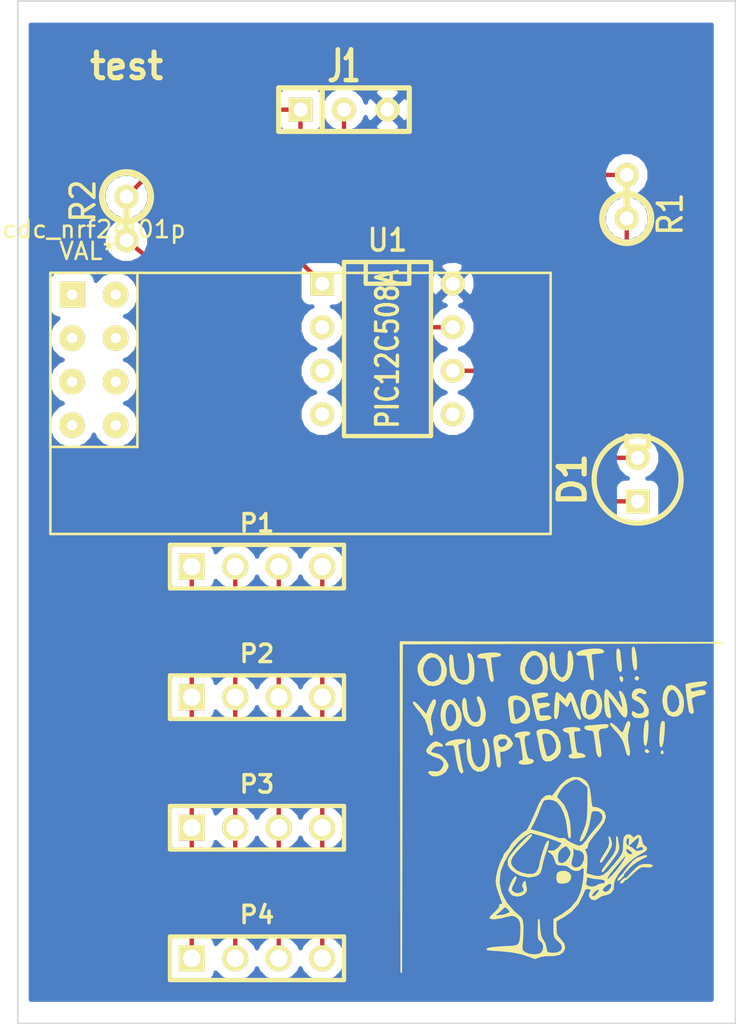
<source format=kicad_pcb>
(kicad_pcb (version 3) (host pcbnew "(2013-11-06 BZR 4440)-product")

  (general
    (links 19)
    (no_connects 0)
    (area 118.138856 78.689999 161.340001 138.480001)
    (thickness 1.6)
    (drawings 5)
    (tracks 33)
    (zones 0)
    (modules 11)
    (nets 15)
  )

  (page A4)
  (layers
    (15 F.Cu signal)
    (0 B.Cu signal)
    (17 F.Adhes user)
    (19 F.Paste user)
    (21 F.SilkS user)
    (23 F.Mask user)
    (28 Edge.Cuts user)
  )

  (setup
    (last_trace_width 0.254)
    (trace_clearance 0.254)
    (zone_clearance 0.508)
    (zone_45_only yes)
    (trace_min 0.254)
    (segment_width 0.2)
    (edge_width 0.1)
    (via_size 0.889)
    (via_drill 0.635)
    (via_min_size 0.889)
    (via_min_drill 0.508)
    (uvia_size 0.508)
    (uvia_drill 0.127)
    (uvias_allowed no)
    (uvia_min_size 0.508)
    (uvia_min_drill 0.127)
    (pcb_text_width 0.3)
    (pcb_text_size 1.5 1.5)
    (mod_edge_width 0.15)
    (mod_text_size 1 1)
    (mod_text_width 0.15)
    (pad_size 1.5 1.5)
    (pad_drill 0.6)
    (pad_to_mask_clearance 0)
    (aux_axis_origin 0 0)
    (visible_elements FFFFFF7F)
    (pcbplotparams
      (layerselection 278953985)
      (usegerberextensions true)
      (excludeedgelayer true)
      (linewidth 0.150000)
      (plotframeref true)
      (viasonmask false)
      (mode 1)
      (useauxorigin false)
      (hpglpennumber 1)
      (hpglpenspeed 20)
      (hpglpendiameter 15)
      (hpglpenoverlay 2)
      (psnegative false)
      (psa4output false)
      (plotreference true)
      (plotvalue true)
      (plotothertext true)
      (plotinvisibletext false)
      (padsonsilk false)
      (subtractmaskfromsilk false)
      (outputformat 1)
      (mirror false)
      (drillshape 0)
      (scaleselection 1)
      (outputdirectory gerbers/))
  )

  (net 0 "")
  (net 1 /INPUT)
  (net 2 /INPUTtoR)
  (net 3 /a1)
  (net 4 /a2)
  (net 5 /a3)
  (net 6 /a4)
  (net 7 /uCtoLED)
  (net 8 GND)
  (net 9 "Net-(D1-Pad1)")
  (net 10 "Net-(U1-Pad2)")
  (net 11 "Net-(U1-Pad3)")
  (net 12 "Net-(U1-Pad4)")
  (net 13 "Net-(U1-Pad5)")
  (net 14 VCC)

  (net_class Default "This is the default net class."
    (clearance 0.254)
    (trace_width 0.254)
    (via_dia 0.889)
    (via_drill 0.635)
    (uvia_dia 0.508)
    (uvia_drill 0.127)
    (add_net "")
    (add_net /INPUT)
    (add_net /INPUTtoR)
    (add_net /a1)
    (add_net /a2)
    (add_net /a3)
    (add_net /a4)
    (add_net /uCtoLED)
    (add_net GND)
    (add_net "Net-(D1-Pad1)")
    (add_net "Net-(U1-Pad2)")
    (add_net "Net-(U1-Pad3)")
    (add_net "Net-(U1-Pad4)")
    (add_net "Net-(U1-Pad5)")
    (add_net VCC)
  )

  (module LOGO (layer F.Cu) (tedit 5284D81B) (tstamp 5288BBD6)
    (at 151.13 125.73)
    (fp_text reference G*** (at 0 0) (layer F.SilkS) hide
      (effects (font (thickness 0.3)))
    )
    (fp_text value LOGO (at 0.75 0) (layer F.SilkS) hide
      (effects (font (thickness 0.3)))
    )
    (fp_poly (pts (xy 9.440333 -9.525747) (xy 0.063861 -9.503837) (xy -9.31261 -9.481928) (xy -9.334504 0.106203)
      (xy -9.356398 9.694333) (xy -9.377199 0.0635) (xy -9.398 -9.567333) (xy 0.021166 -9.54654)
      (xy 9.440333 -9.525747) (xy 9.440333 -9.525747)) (layer F.SilkS) (width 0.1))
    (fp_poly (pts (xy 4.941863 2.448227) (xy 4.93778 2.540812) (xy 4.81348 2.644264) (xy 4.81348 2.449835)
      (xy 4.721623 2.349228) (xy 4.709317 2.344008) (xy 4.55289 2.356085) (xy 4.487286 2.398449)
      (xy 4.424162 2.443909) (xy 4.450723 2.365091) (xy 4.476969 2.312733) (xy 4.546077 2.117829)
      (xy 4.570546 1.925271) (xy 4.546135 1.797772) (xy 4.513132 1.778) (xy 4.419794 1.831163)
      (xy 4.260087 1.963501) (xy 4.208996 2.010833) (xy 3.963726 2.243667) (xy 3.992696 2.032)
      (xy 3.978188 1.861701) (xy 3.894666 1.820333) (xy 3.788358 1.896109) (xy 3.74088 2.053125)
      (xy 3.757839 2.245697) (xy 3.891317 2.352871) (xy 3.913693 2.361805) (xy 4.119294 2.478151)
      (xy 4.229211 2.577366) (xy 4.371978 2.671015) (xy 4.465489 2.670853) (xy 4.655879 2.627641)
      (xy 4.705924 2.624667) (xy 4.80793 2.567855) (xy 4.81348 2.449835) (xy 4.81348 2.644264)
      (xy 4.80304 2.652953) (xy 4.551256 2.792621) (xy 4.203808 3.011963) (xy 4.187419 3.025632)
      (xy 4.187419 2.799793) (xy 4.159967 2.707739) (xy 4.042176 2.586117) (xy 3.892669 2.485885)
      (xy 3.791161 2.455333) (xy 3.729664 2.515994) (xy 3.747046 2.649937) (xy 3.826933 2.777067)
      (xy 3.995519 2.870826) (xy 4.148422 2.842511) (xy 4.187419 2.799793) (xy 4.187419 3.025632)
      (xy 3.859342 3.299263) (xy 3.778833 3.382077) (xy 3.778833 2.903944) (xy 3.683478 2.90171)
      (xy 3.654897 2.926644) (xy 3.57164 3.023643) (xy 3.407909 3.214186) (xy 3.193642 3.463433)
      (xy 3.105975 3.56539) (xy 2.825966 3.907298) (xy 2.667477 4.14212) (xy 2.626768 4.276715)
      (xy 2.695444 4.318) (xy 2.787892 4.259808) (xy 2.946593 4.111037) (xy 3.055277 3.994853)
      (xy 3.306206 3.697092) (xy 3.523718 3.407564) (xy 3.687225 3.15731) (xy 3.776139 2.977369)
      (xy 3.778833 2.903944) (xy 3.778833 3.382077) (xy 3.543359 3.624293) (xy 3.281363 3.956825)
      (xy 3.098856 4.266633) (xy 3.021339 4.52349) (xy 3.024882 4.601802) (xy 2.999177 4.861861)
      (xy 2.958732 4.915091) (xy 2.958732 4.612315) (xy 2.902529 4.503314) (xy 2.840695 4.487333)
      (xy 2.698444 4.541305) (xy 2.585372 4.623741) (xy 2.585372 4.417714) (xy 2.567441 4.352056)
      (xy 2.45031 4.26629) (xy 2.207991 4.233373) (xy 2.197786 4.233333) (xy 1.919091 4.211167)
      (xy 1.674309 4.15716) (xy 1.656511 4.150762) (xy 1.499345 4.108149) (xy 1.443885 4.162044)
      (xy 1.439333 4.228504) (xy 1.413133 4.437888) (xy 1.389605 4.518405) (xy 1.417897 4.630477)
      (xy 1.557727 4.714118) (xy 1.751848 4.754473) (xy 1.94301 4.736687) (xy 2.038666 4.686821)
      (xy 2.231864 4.58951) (xy 2.342055 4.572) (xy 2.536698 4.534571) (xy 2.585372 4.417714)
      (xy 2.585372 4.623741) (xy 2.518525 4.672477) (xy 2.50487 4.684908) (xy 2.368696 4.839691)
      (xy 2.363345 4.946945) (xy 2.390441 4.981242) (xy 2.543071 5.072375) (xy 2.708115 5.020333)
      (xy 2.808499 4.939878) (xy 2.926044 4.776752) (xy 2.958732 4.612315) (xy 2.958732 4.915091)
      (xy 2.844982 5.0648) (xy 2.602921 5.162111) (xy 2.553501 5.164667) (xy 2.333117 5.221954)
      (xy 2.22585 5.291438) (xy 2.22585 4.953888) (xy 2.220393 4.841806) (xy 2.109479 4.834484)
      (xy 1.920947 4.960463) (xy 1.920844 4.960559) (xy 1.78284 5.11854) (xy 1.733873 5.238199)
      (xy 1.738833 5.254457) (xy 1.831697 5.327807) (xy 1.962063 5.271307) (xy 2.098011 5.142191)
      (xy 2.22585 4.953888) (xy 2.22585 5.291438) (xy 2.156452 5.336393) (xy 1.950375 5.452307)
      (xy 1.766859 5.419896) (xy 1.65477 5.270962) (xy 1.654681 5.108299) (xy 1.690557 5.048909)
      (xy 1.771865 4.921987) (xy 1.698715 4.841048) (xy 1.570339 4.806043) (xy 1.440588 4.80128)
      (xy 1.361052 4.862644) (xy 1.361052 2.87317) (xy 1.256756 2.663049) (xy 1.057323 2.549646)
      (xy 0.963299 2.54) (xy 0.809243 2.507888) (xy 0.762 2.450336) (xy 0.711299 2.397347)
      (xy 0.685281 2.408087) (xy 0.641557 2.517566) (xy 0.652976 2.625338) (xy 0.653379 2.824139)
      (xy 0.595008 3.042346) (xy 0.57793 3.115303) (xy 0.57793 2.699371) (xy 0.515343 2.562702)
      (xy 0.480108 2.507825) (xy 0.349825 2.339925) (xy 0.229811 2.301672) (xy 0.065625 2.388131)
      (xy -0.030916 2.461478) (xy -0.196267 2.646741) (xy -0.252608 2.891304) (xy -0.254 2.955367)
      (xy -0.235375 3.2172) (xy -0.161063 3.346165) (xy -0.003408 3.376387) (xy 0.081498 3.369387)
      (xy 0.290402 3.270012) (xy 0.460893 3.036992) (xy 0.560687 2.832494) (xy 0.57793 2.699371)
      (xy 0.57793 3.115303) (xy 0.527527 3.330624) (xy 0.587958 3.534351) (xy 0.76795 3.63397)
      (xy 0.85042 3.640667) (xy 1.100524 3.571107) (xy 1.236298 3.427709) (xy 1.358227 3.141045)
      (xy 1.361052 2.87317) (xy 1.361052 4.862644) (xy 1.34877 4.87212) (xy 1.342409 4.885279)
      (xy 1.342409 3.858389) (xy 1.333505 3.647421) (xy 1.293199 3.556858) (xy 1.287154 3.556)
      (xy 1.161098 3.614761) (xy 1.149247 3.630557) (xy 0.998784 3.734154) (xy 0.785291 3.743782)
      (xy 0.584633 3.662333) (xy 0.52648 3.606809) (xy 0.342804 3.469987) (xy 0.062898 3.427546)
      (xy 0.046326 3.427536) (xy -0.173242 3.415686) (xy -0.284556 3.347244) (xy -0.348329 3.176723)
      (xy -0.361823 3.121769) (xy -0.465986 2.875126) (xy -0.618113 2.718297) (xy -0.619816 2.71739)
      (xy -0.746233 2.647202) (xy -0.717055 2.638575) (xy -0.601161 2.660176) (xy -0.413484 2.643452)
      (xy -0.214416 2.500701) (xy -0.15417 2.4391) (xy -0.009733 2.274522) (xy 0.063813 2.170773)
      (xy 0.06599 2.156278) (xy -0.055092 2.0914) (xy -0.294118 1.994721) (xy -0.606621 1.882362)
      (xy -0.948135 1.770441) (xy -1.22207 1.689344) (xy -1.80914 1.526159) (xy -2.153404 1.729198)
      (xy -2.477788 1.985845) (xy -2.81283 2.361086) (xy -3.127865 2.809298) (xy -3.392232 3.284859)
      (xy -3.575267 3.742148) (xy -3.618775 3.909423) (xy -3.660553 4.502319) (xy -3.53808 5.080052)
      (xy -3.256396 5.631201) (xy -2.820542 6.144344) (xy -2.516908 6.406252) (xy -2.380468 6.534097)
      (xy -2.307553 6.68362) (xy -2.276875 6.913333) (xy -2.270559 7.083366) (xy -2.272881 7.44187)
      (xy -2.291718 7.804193) (xy -2.307519 7.96548) (xy -2.324864 8.218526) (xy -2.312077 8.405306)
      (xy -2.297478 8.448096) (xy -2.125164 8.589559) (xy -1.855854 8.678489) (xy -1.554913 8.706943)
      (xy -1.287708 8.666982) (xy -1.149048 8.587619) (xy -1.036896 8.384271) (xy -1.023021 8.146134)
      (xy -1.103844 7.943618) (xy -1.185334 7.874) (xy -1.276804 7.802237) (xy -1.325661 7.682339)
      (xy -1.341995 7.470926) (xy -1.338658 7.214854) (xy -1.322649 6.646333) (xy -1.291477 7.154037)
      (xy -1.237235 7.548932) (xy -1.129472 7.798524) (xy -1.10213 7.83137) (xy -0.983904 8.034334)
      (xy -0.917222 8.289791) (xy -0.916478 8.297333) (xy -0.88625 8.486502) (xy -0.807921 8.576573)
      (xy -0.6295 8.611942) (xy -0.539574 8.619193) (xy -0.219041 8.590452) (xy -0.007739 8.470007)
      (xy 0.07978 8.287677) (xy 0.02896 8.07328) (xy -0.169334 7.860612) (xy -0.310272 7.741882)
      (xy -0.386509 7.61484) (xy -0.417653 7.424359) (xy -0.423334 7.146493) (xy -0.423334 6.620164)
      (xy 0.031923 6.363233) (xy 0.549916 5.98633) (xy 0.935585 5.520737) (xy 1.141752 5.087555)
      (xy 1.219584 4.804346) (xy 1.281562 4.47779) (xy 1.3238 4.148825) (xy 1.342409 3.858389)
      (xy 1.342409 4.885279) (xy 1.260647 5.054426) (xy 1.214309 5.178947) (xy 0.939597 5.720187)
      (xy 0.535793 6.160812) (xy 0.116589 6.4479) (xy -0.338667 6.704831) (xy -0.338667 7.128446)
      (xy -0.321986 7.409761) (xy -0.252409 7.599631) (xy -0.100635 7.774297) (xy -0.084667 7.789333)
      (xy 0.119415 8.054564) (xy 0.167094 8.300825) (xy 0.071288 8.507112) (xy -0.155084 8.65242)
      (xy -0.499105 8.715745) (xy -0.653486 8.714199) (xy -0.953065 8.721492) (xy -1.22305 8.766509)
      (xy -1.296679 8.790885) (xy -1.468415 8.859345) (xy -1.550433 8.886326) (xy -1.550679 8.886284)
      (xy -1.631448 8.856742) (xy -1.815964 8.786874) (xy -1.905 8.752851) (xy -2.352139 8.608822)
      (xy -2.84385 8.509271) (xy -3.434725 8.443911) (xy -3.611951 8.431209) (xy -3.929784 8.409222)
      (xy -4.17658 8.389888) (xy -4.308466 8.376705) (xy -4.318 8.37489) (xy -4.320243 8.346015)
      (xy -4.189874 8.311949) (xy -3.963311 8.277625) (xy -3.676974 8.247973) (xy -3.367281 8.227925)
      (xy -3.194072 8.222684) (xy -2.826492 8.2071) (xy -2.593886 8.154892) (xy -2.462087 8.037496)
      (xy -2.396927 7.826348) (xy -2.366921 7.531174) (xy -2.349135 7.11045) (xy -2.372056 6.820657)
      (xy -2.443409 6.626634) (xy -2.570919 6.49322) (xy -2.59925 6.473701) (xy -2.763322 6.385916)
      (xy -2.924559 6.36833) (xy -2.97907 6.379468) (xy -2.97907 6.154268) (xy -3.080963 6.01734)
      (xy -3.132285 5.969346) (xy -3.255413 5.873727) (xy -3.350281 5.883351) (xy -3.485993 6.007749)
      (xy -3.497574 6.019724) (xy -3.688167 6.196107) (xy -3.85779 6.323854) (xy -3.953289 6.393339)
      (xy -3.913978 6.422192) (xy -3.759135 6.429687) (xy -3.481675 6.403573) (xy -3.229968 6.341717)
      (xy -3.025693 6.250784) (xy -2.97907 6.154268) (xy -2.97907 6.379468) (xy -3.156961 6.415816)
      (xy -3.213084 6.431163) (xy -3.557484 6.513494) (xy -3.852675 6.559484) (xy -4.061842 6.565516)
      (xy -4.14817 6.527973) (xy -4.148667 6.523079) (xy -4.089575 6.433128) (xy -3.939696 6.281098)
      (xy -3.84435 6.196274) (xy -3.67652 6.026779) (xy -3.593878 5.889778) (xy -3.595347 5.846833)
      (xy -3.577259 5.771767) (xy -3.509606 5.757333) (xy -3.412661 5.717374) (xy -3.433594 5.609167)
      (xy -3.495278 5.451747) (xy -3.588314 5.196019) (xy -3.669287 4.964621) (xy -3.763484 4.659756)
      (xy -3.796743 4.423772) (xy -3.774842 4.169914) (xy -3.735894 3.964514) (xy -3.649607 3.63284)
      (xy -3.53962 3.321423) (xy -3.468372 3.169726) (xy -3.374043 2.987181) (xy -3.337645 2.885921)
      (xy -3.341738 2.878667) (xy -3.315706 2.824788) (xy -3.204662 2.691548) (xy -3.170958 2.654637)
      (xy -3.033121 2.487279) (xy -2.964912 2.367937) (xy -2.963334 2.357192) (xy -2.906391 2.256574)
      (xy -2.761431 2.088816) (xy -2.567258 1.891315) (xy -2.362675 1.701464) (xy -2.186485 1.556658)
      (xy -2.077494 1.494291) (xy -2.068268 1.494627) (xy -2.006062 1.447002) (xy -1.90124 1.273876)
      (xy -1.74974 0.96701) (xy -1.547504 0.518162) (xy -1.290471 -0.080909) (xy -1.281286 -0.102675)
      (xy -1.111147 -0.389363) (xy -0.905896 -0.559312) (xy -0.694889 -0.59297) (xy -0.601199 -0.555606)
      (xy -0.504047 -0.582558) (xy -0.38179 -0.719106) (xy -0.369615 -0.738136) (xy -0.03369 -1.191714)
      (xy 0.315583 -1.495974) (xy 0.66826 -1.645533) (xy 1.014399 -1.635008) (xy 1.172537 -1.57295)
      (xy 1.380715 -1.434576) (xy 1.521379 -1.250427) (xy 1.612134 -0.982537) (xy 1.670585 -0.592934)
      (xy 1.682027 -0.474151) (xy 1.716454 -0.157762) (xy 1.756403 0.021733) (xy 1.813146 0.096678)
      (xy 1.882969 0.102342) (xy 2.090237 0.128935) (xy 2.320277 0.235294) (xy 2.475203 0.372508)
      (xy 2.542982 0.616342) (xy 2.456553 0.917262) (xy 2.441767 0.939368) (xy 2.441767 0.617576)
      (xy 2.378275 0.437957) (xy 2.367687 0.417767) (xy 2.21123 0.285426) (xy 1.997595 0.254)
      (xy 1.830731 0.263236) (xy 1.739663 0.319495) (xy 1.690691 0.4656) (xy 1.657885 0.685673)
      (xy 1.577478 1.096088) (xy 1.456231 1.483701) (xy 1.313288 1.795376) (xy 1.203358 1.947333)
      (xy 1.14078 2.00793) (xy 1.112226 2.018826) (xy 1.124277 1.956352) (xy 1.183516 1.796842)
      (xy 1.296526 1.516628) (xy 1.379961 1.312333) (xy 1.460742 1.078302) (xy 1.513575 0.819868)
      (xy 1.543932 0.493413) (xy 1.557286 0.055321) (xy 1.558849 -0.113479) (xy 1.564765 -1.115958)
      (xy 1.289046 -1.362312) (xy 1.044137 -1.544586) (xy 0.829011 -1.595048) (xy 0.584747 -1.518196)
      (xy 0.42483 -1.4283) (xy 0.155574 -1.23918) (xy -0.041258 -1.024139) (xy -0.218231 -0.735665)
      (xy -0.297725 -0.562685) (xy -0.27278 -0.452617) (xy -0.142059 -0.335385) (xy 0.108311 -0.044786)
      (xy 0.306765 0.376536) (xy 0.43991 0.894409) (xy 0.484922 1.264287) (xy 0.49928 1.559226)
      (xy 0.495903 1.766347) (xy 0.475794 1.849495) (xy 0.468749 1.847137) (xy 0.430702 1.737709)
      (xy 0.394917 1.511927) (xy 0.373056 1.2714) (xy 0.303184 0.807624) (xy 0.165574 0.365552)
      (xy -0.020239 -0.005698) (xy -0.23472 -0.257007) (xy -0.234848 -0.257108) (xy -0.461645 -0.37206)
      (xy -0.723791 -0.419192) (xy -0.955667 -0.393791) (xy -1.075721 -0.3175) (xy -1.149755 -0.180807)
      (xy -1.250728 0.052499) (xy -1.312157 0.211667) (xy -1.449976 0.550829) (xy -1.611148 0.900615)
      (xy -1.668046 1.012414) (xy -1.867953 1.389828) (xy -1.209045 1.569659) (xy -0.869468 1.668739)
      (xy -0.571867 1.766893) (xy -0.372272 1.845418) (xy -0.35108 1.856023) (xy -0.140157 1.922667)
      (xy 0.008571 1.92056) (xy 0.16255 1.919932) (xy 0.217068 1.956074) (xy 0.341639 2.063874)
      (xy 0.561586 2.188891) (xy 0.810309 2.298976) (xy 1.021205 2.361983) (xy 1.068248 2.366925)
      (xy 1.253169 2.288745) (xy 1.457527 2.053128) (xy 1.467791 2.037781) (xy 1.645969 1.791696)
      (xy 1.881727 1.495452) (xy 2.071708 1.272955) (xy 2.3024 0.994865) (xy 2.421114 0.789809)
      (xy 2.441767 0.617576) (xy 2.441767 0.939368) (xy 2.214812 1.278695) (xy 2.164081 1.33952)
      (xy 1.845396 1.723706) (xy 1.6352 2.005079) (xy 1.522329 2.200641) (xy 1.495615 2.327397)
      (xy 1.500794 2.3495) (xy 1.468347 2.441181) (xy 1.409076 2.455333) (xy 1.327997 2.476611)
      (xy 1.343152 2.570572) (xy 1.391947 2.671032) (xy 1.463897 2.955499) (xy 1.463324 3.390083)
      (xy 1.460814 3.422908) (xy 1.417775 3.959086) (xy 1.70372 4.049033) (xy 2.011766 4.12637)
      (xy 2.261504 4.128221) (xy 2.488788 4.038824) (xy 2.729472 3.842422) (xy 3.019409 3.523254)
      (xy 3.089152 3.440067) (xy 3.341679 3.130243) (xy 3.50278 2.908199) (xy 3.592769 2.734483)
      (xy 3.631959 2.569642) (xy 3.640663 2.374225) (xy 3.640666 2.368948) (xy 3.650957 2.098064)
      (xy 3.676971 1.884612) (xy 3.692058 1.827258) (xy 3.807416 1.715912) (xy 3.973277 1.704813)
      (xy 4.104954 1.794608) (xy 4.119451 1.823988) (xy 4.172516 1.907593) (xy 4.25959 1.87063)
      (xy 4.323125 1.815694) (xy 4.492851 1.724331) (xy 4.609651 1.788176) (xy 4.656453 1.996943)
      (xy 4.656666 2.01663) (xy 4.72478 2.248465) (xy 4.829285 2.353069) (xy 4.941863 2.448227)
      (xy 4.941863 2.448227)) (layer F.SilkS) (width 0.1))
    (fp_poly (pts (xy 3.719787 4.233976) (xy 3.698762 4.277821) (xy 3.651466 4.339167) (xy 3.527886 4.470796)
      (xy 3.472723 4.470224) (xy 3.471333 4.455367) (xy 3.529192 4.384692) (xy 3.6195 4.3072)
      (xy 3.719787 4.233976) (xy 3.719787 4.233976)) (layer F.SilkS) (width 0.1))
    (fp_poly (pts (xy 3.624577 3.979333) (xy 3.607385 4.032212) (xy 3.513666 4.148667) (xy 3.386436 4.273883)
      (xy 3.318088 4.318) (xy 3.335281 4.265121) (xy 3.429 4.148667) (xy 3.556229 4.02345)
      (xy 3.624577 3.979333) (xy 3.624577 3.979333)) (layer F.SilkS) (width 0.1))
    (fp_poly (pts (xy 5.273489 3.500595) (xy 5.168714 3.537715) (xy 4.967088 3.537372) (xy 4.921833 3.532329)
      (xy 4.740552 3.523852) (xy 4.585562 3.569037) (xy 4.407123 3.691753) (xy 4.191 3.883015)
      (xy 3.767666 4.273563) (xy 4.167844 3.854384) (xy 4.396314 3.627066) (xy 4.568796 3.500215)
      (xy 4.738472 3.444853) (xy 4.942834 3.432102) (xy 5.156783 3.444353) (xy 5.269054 3.478937)
      (xy 5.273489 3.500595) (xy 5.273489 3.500595)) (layer F.SilkS) (width 0.1))
    (fp_poly (pts (xy 4.949995 2.921593) (xy 4.866904 2.974692) (xy 4.699 3.050734) (xy 4.383969 3.225675)
      (xy 4.071101 3.46548) (xy 3.95127 3.582676) (xy 3.626873 3.937) (xy 3.947412 3.526157)
      (xy 4.200867 3.237576) (xy 4.446118 3.059836) (xy 4.74827 2.951136) (xy 4.893234 2.9189)
      (xy 4.949995 2.921593) (xy 4.949995 2.921593)) (layer F.SilkS) (width 0.1))
    (fp_poly (pts (xy 3.322339 2.386613) (xy 3.312557 2.53619) (xy 3.250809 2.691214) (xy 3.120008 2.894253)
      (xy 2.903067 3.187872) (xy 2.897891 3.19475) (xy 2.689926 3.465317) (xy 2.520356 3.675238)
      (xy 2.414109 3.794153) (xy 2.392692 3.81) (xy 2.413054 3.750034) (xy 2.512158 3.597485)
      (xy 2.588428 3.4925) (xy 2.790923 3.222057) (xy 2.995112 2.949129) (xy 3.037265 2.892747)
      (xy 3.190174 2.618022) (xy 3.240758 2.302708) (xy 3.240882 2.215413) (xy 3.233522 1.820333)
      (xy 3.297244 2.199916) (xy 3.322339 2.386613) (xy 3.322339 2.386613)) (layer F.SilkS) (width 0.1))
    (fp_poly (pts (xy 2.902163 2.206124) (xy 2.874329 2.360256) (xy 2.774628 2.566667) (xy 2.619685 2.820913)
      (xy 2.460944 3.060474) (xy 2.343286 3.217759) (xy 2.28836 3.264308) (xy 2.286804 3.258536)
      (xy 2.330666 3.147173) (xy 2.445321 2.945372) (xy 2.573685 2.745551) (xy 2.757825 2.4305)
      (xy 2.830103 2.186277) (xy 2.828024 2.069348) (xy 2.794677 1.820333) (xy 2.87322 2.058913)
      (xy 2.902163 2.206124) (xy 2.902163 2.206124)) (layer F.SilkS) (width 0.1))
    (fp_poly (pts (xy -6.64732 -2.266929) (xy -6.782627 -2.034514) (xy -7.005442 -1.865017) (xy -7.26649 -1.775756)
      (xy -7.5165 -1.784048) (xy -7.698442 -1.897499) (xy -7.737109 -1.970736) (xy -7.664631 -1.992082)
      (xy -7.4683 -1.972827) (xy -7.232952 -1.961108) (xy -7.079591 -2.026497) (xy -6.960886 -2.155068)
      (xy -6.84036 -2.406508) (xy -6.878594 -2.626644) (xy -7.067084 -2.787432) (xy -7.163599 -2.823513)
      (xy -7.515061 -2.949223) (xy -7.755859 -3.08258) (xy -7.852299 -3.193762) (xy -7.818968 -3.319108)
      (xy -7.694726 -3.484094) (xy -7.53036 -3.635639) (xy -7.376655 -3.720667) (xy -7.343698 -3.725333)
      (xy -7.188253 -3.67832) (xy -7.066293 -3.606336) (xy -6.963691 -3.523565) (xy -7.001435 -3.508575)
      (xy -7.126491 -3.529955) (xy -7.370654 -3.506906) (xy -7.530136 -3.391865) (xy -7.654368 -3.214737)
      (xy -7.621262 -3.097422) (xy -7.434317 -3.048816) (xy -7.39487 -3.048) (xy -7.177899 -2.985666)
      (xy -6.953591 -2.828335) (xy -6.764542 -2.620515) (xy -6.65335 -2.406713) (xy -6.64732 -2.266929)
      (xy -6.64732 -2.266929)) (layer F.SilkS) (width 0.1))
    (fp_poly (pts (xy -5.627444 -3.789012) (xy -5.687903 -3.729965) (xy -5.83864 -3.683738) (xy -6.02004 -3.625448)
      (xy -6.074321 -3.528303) (xy -6.057145 -3.400006) (xy -6.015351 -3.186954) (xy -5.962321 -2.890088)
      (xy -5.931878 -2.709333) (xy -5.878736 -2.421396) (xy -5.824999 -2.186152) (xy -5.79735 -2.0955)
      (xy -5.787443 -1.972651) (xy -5.829679 -1.947333) (xy -5.906265 -2.020985) (xy -5.984023 -2.203963)
      (xy -6.001254 -2.264833) (xy -6.067006 -2.561556) (xy -6.127224 -2.894634) (xy -6.137702 -2.963333)
      (xy -6.188983 -3.289824) (xy -6.239509 -3.481167) (xy -6.310753 -3.57008) (xy -6.424189 -3.589284)
      (xy -6.541505 -3.578615) (xy -6.7173 -3.564222) (xy -6.747719 -3.591774) (xy -6.666954 -3.66666)
      (xy -6.494397 -3.75113) (xy -6.234657 -3.82224) (xy -6.121471 -3.841517) (xy -5.867293 -3.857655)
      (xy -5.694929 -3.835864) (xy -5.627444 -3.789012) (xy -5.627444 -3.789012)) (layer F.SilkS) (width 0.1))
    (fp_poly (pts (xy -4.233334 -2.881997) (xy -4.252185 -2.555216) (xy -4.318397 -2.338768) (xy -4.405965 -2.217298)
      (xy -4.644682 -2.062642) (xy -4.905931 -2.051244) (xy -5.128048 -2.176809) (xy -5.262364 -2.357183)
      (xy -5.385641 -2.591595) (xy -5.388095 -2.597423) (xy -5.446025 -2.807608) (xy -5.483967 -3.083264)
      (xy -5.500805 -3.377069) (xy -5.495426 -3.641699) (xy -5.466713 -3.829831) (xy -5.418667 -3.894667)
      (xy -5.373996 -3.817222) (xy -5.343509 -3.613461) (xy -5.333869 -3.3655) (xy -5.299807 -2.948727)
      (xy -5.207797 -2.607966) (xy -5.072765 -2.360976) (xy -4.909638 -2.225517) (xy -4.733342 -2.219346)
      (xy -4.558804 -2.360222) (xy -4.526872 -2.405384) (xy -4.436263 -2.647853) (xy -4.393755 -2.977298)
      (xy -4.402109 -3.317547) (xy -4.464083 -3.592424) (xy -4.482458 -3.631557) (xy -4.562612 -3.811034)
      (xy -4.544609 -3.886115) (xy -4.495616 -3.894667) (xy -4.405225 -3.816741) (xy -4.324626 -3.609924)
      (xy -4.264294 -3.314658) (xy -4.234701 -2.971383) (xy -4.233334 -2.881997) (xy -4.233334 -2.881997)) (layer F.SilkS) (width 0.1))
    (fp_poly (pts (xy -2.878667 -3.629249) (xy -2.949436 -3.48357) (xy -3.10963 -3.345718) (xy -3.10963 -3.767078)
      (xy -3.170265 -3.908763) (xy -3.330662 -3.972347) (xy -3.557364 -3.933726) (xy -3.635065 -3.897665)
      (xy -3.74823 -3.762401) (xy -3.746629 -3.601331) (xy -3.650238 -3.434) (xy -3.481697 -3.385015)
      (xy -3.29258 -3.457112) (xy -3.182212 -3.571397) (xy -3.10963 -3.767078) (xy -3.10963 -3.345718)
      (xy -3.119597 -3.337141) (xy -3.325935 -3.236456) (xy -3.438756 -3.217333) (xy -3.563977 -3.209534)
      (xy -3.623547 -3.1587) (xy -3.631896 -3.023672) (xy -3.603449 -2.763297) (xy -3.601997 -2.751667)
      (xy -3.579291 -2.445263) (xy -3.607906 -2.299501) (xy -3.634575 -2.286) (xy -3.722051 -2.332025)
      (xy -3.725656 -2.3495) (xy -3.738703 -2.456272) (xy -3.773369 -2.688829) (xy -3.823398 -3.005933)
      (xy -3.850859 -3.175) (xy -3.907684 -3.538634) (xy -3.933205 -3.772184) (xy -3.92673 -3.912109)
      (xy -3.887564 -3.994869) (xy -3.834354 -4.042833) (xy -3.569311 -4.146387) (xy -3.290597 -4.105312)
      (xy -3.056331 -3.928344) (xy -3.054146 -3.925582) (xy -2.933917 -3.752722) (xy -2.879011 -3.634276)
      (xy -2.878667 -3.629249) (xy -2.878667 -3.629249)) (layer F.SilkS) (width 0.1))
    (fp_poly (pts (xy -1.66484 -2.591228) (xy -1.782467 -2.513544) (xy -1.800119 -2.508449) (xy -2.05159 -2.464389)
      (xy -2.27846 -2.462204) (xy -2.426661 -2.499292) (xy -2.455334 -2.54) (xy -2.38626 -2.613914)
      (xy -2.320892 -2.624667) (xy -2.235803 -2.65887) (xy -2.216592 -2.788617) (xy -2.233959 -2.942167)
      (xy -2.275928 -3.231508) (xy -2.322875 -3.567394) (xy -2.336221 -3.665435) (xy -2.383095 -3.915626)
      (xy -2.446915 -4.030691) (xy -2.537177 -4.046435) (xy -2.674144 -4.060947) (xy -2.689184 -4.137309)
      (xy -2.585769 -4.223583) (xy -2.523831 -4.246061) (xy -2.264243 -4.297011) (xy -2.035515 -4.305309)
      (xy -1.889307 -4.271951) (xy -1.862667 -4.233333) (xy -1.93358 -4.164543) (xy -2.032 -4.148667)
      (xy -2.14295 -4.108136) (xy -2.195948 -3.973174) (xy -2.192521 -3.723725) (xy -2.134194 -3.339734)
      (xy -2.104979 -3.189121) (xy -2.034552 -2.903183) (xy -1.958757 -2.754006) (xy -1.860888 -2.709398)
      (xy -1.855975 -2.709333) (xy -1.693665 -2.672035) (xy -1.66484 -2.591228) (xy -1.66484 -2.591228)) (layer F.SilkS) (width 0.1))
    (fp_poly (pts (xy -0.084667 -3.398398) (xy -0.116255 -3.135993) (xy -0.23954 -2.941196) (xy -0.260818 -2.921588)
      (xy -0.260818 -3.38321) (xy -0.274874 -3.686804) (xy -0.388655 -3.975517) (xy -0.58612 -4.188756)
      (xy -0.654066 -4.226615) (xy -0.872697 -4.280537) (xy -1.065511 -4.256547) (xy -1.174626 -4.16613)
      (xy -1.18236 -4.121795) (xy -1.160529 -3.954614) (xy -1.109948 -3.695777) (xy -1.043864 -3.402413)
      (xy -0.975523 -3.131651) (xy -0.918173 -2.940622) (xy -0.89716 -2.89187) (xy -0.786146 -2.849302)
      (xy -0.613041 -2.909099) (xy -0.429889 -3.048535) (xy -0.362527 -3.12533) (xy -0.260818 -3.38321)
      (xy -0.260818 -2.921588) (xy -0.345163 -2.84386) (xy -0.628582 -2.662755) (xy -0.867952 -2.638374)
      (xy -0.983422 -2.689463) (xy -1.06837 -2.785791) (xy -1.142553 -2.971244) (xy -1.215619 -3.275409)
      (xy -1.270257 -3.568975) (xy -1.325076 -3.86202) (xy -1.378155 -4.110531) (xy -1.401826 -4.203754)
      (xy -1.410623 -4.339586) (xy -1.30647 -4.413763) (xy -1.201779 -4.441388) (xy -0.837539 -4.444287)
      (xy -0.5179 -4.303526) (xy -0.269316 -4.043804) (xy -0.118238 -3.689818) (xy -0.084667 -3.398398)
      (xy -0.084667 -3.398398)) (layer F.SilkS) (width 0.1))
    (fp_poly (pts (xy 1.35438 -2.900606) (xy 1.296163 -2.874364) (xy 1.175258 -2.861692) (xy 0.956719 -2.835283)
      (xy 0.87705 -2.825202) (xy 0.62813 -2.81619) (xy 0.482274 -2.857888) (xy 0.469887 -2.871838)
      (xy 0.485578 -2.949137) (xy 0.552063 -2.963333) (xy 0.647497 -3.004665) (xy 0.653515 -3.154278)
      (xy 0.646207 -3.196167) (xy 0.609365 -3.419126) (xy 0.566703 -3.719389) (xy 0.547548 -3.868564)
      (xy 0.503138 -4.134757) (xy 0.440015 -4.274254) (xy 0.336465 -4.329664) (xy 0.310233 -4.33423)
      (xy 0.165051 -4.388077) (xy 0.127 -4.445) (xy 0.201535 -4.502) (xy 0.386071 -4.540299)
      (xy 0.622 -4.556866) (xy 0.850717 -4.548671) (xy 1.013614 -4.512684) (xy 1.044745 -4.492455)
      (xy 1.061533 -4.426071) (xy 0.924513 -4.402866) (xy 0.900745 -4.402667) (xy 0.761402 -4.393762)
      (xy 0.699899 -4.337576) (xy 0.696171 -4.189906) (xy 0.718203 -4.0005) (xy 0.771854 -3.589715)
      (xy 0.814769 -3.318151) (xy 0.857199 -3.157003) (xy 0.909395 -3.077464) (xy 0.981609 -3.050729)
      (xy 1.057173 -3.048) (xy 1.199441 -3.020639) (xy 1.313628 -2.960523) (xy 1.35438 -2.900606)
      (xy 1.35438 -2.900606)) (layer F.SilkS) (width 0.1))
    (fp_poly (pts (xy 2.709333 -4.66846) (xy 2.637626 -4.592703) (xy 2.518833 -4.570704) (xy 2.301506 -4.549558)
      (xy 2.17658 -4.469956) (xy 2.130884 -4.302178) (xy 2.151249 -4.016504) (xy 2.183243 -3.813419)
      (xy 2.234728 -3.490454) (xy 2.271595 -3.215822) (xy 2.285995 -3.048113) (xy 2.286 -3.046429)
      (xy 2.257078 -2.900135) (xy 2.191403 -2.891935) (xy 2.120606 -3.005013) (xy 2.083961 -3.153833)
      (xy 2.049778 -3.392848) (xy 2.004891 -3.71436) (xy 1.974291 -3.937) (xy 1.931068 -4.217858)
      (xy 1.882737 -4.370194) (xy 1.804668 -4.43369) (xy 1.672232 -4.448028) (xy 1.656968 -4.448261)
      (xy 1.468734 -4.481841) (xy 1.374746 -4.554094) (xy 1.419203 -4.632411) (xy 1.580444 -4.657403)
      (xy 1.806931 -4.668102) (xy 2.110208 -4.694435) (xy 2.264833 -4.711529) (xy 2.553429 -4.731541)
      (xy 2.692197 -4.702429) (xy 2.709333 -4.66846) (xy 2.709333 -4.66846)) (layer F.SilkS) (width 0.1))
    (fp_poly (pts (xy 3.968635 -4.866582) (xy 3.965047 -4.718222) (xy 3.896113 -4.441424) (xy 3.882705 -4.396131)
      (xy 3.832116 -4.129612) (xy 3.843394 -3.826059) (xy 3.888585 -3.552576) (xy 3.942368 -3.226454)
      (xy 3.952659 -3.02696) (xy 3.920082 -2.967515) (xy 3.864216 -3.028772) (xy 3.819182 -3.151127)
      (xy 3.757829 -3.376303) (xy 3.724616 -3.516865) (xy 3.596401 -3.872397) (xy 3.359661 -4.214737)
      (xy 3.255544 -4.331166) (xy 3.062317 -4.546154) (xy 2.926383 -4.713463) (xy 2.878666 -4.793162)
      (xy 2.929686 -4.790525) (xy 3.053834 -4.701365) (xy 3.207747 -4.562056) (xy 3.348059 -4.408968)
      (xy 3.369471 -4.3815) (xy 3.499599 -4.25437) (xy 3.602957 -4.275105) (xy 3.696236 -4.452395)
      (xy 3.735336 -4.572) (xy 3.813483 -4.781515) (xy 3.887652 -4.900446) (xy 3.908068 -4.910667)
      (xy 3.968635 -4.866582) (xy 3.968635 -4.866582)) (layer F.SilkS) (width 0.1))
    (fp_poly (pts (xy 5.908577 -3.088632) (xy 5.898444 -3.076222) (xy 5.84811 -3.087845) (xy 5.842 -3.132667)
      (xy 5.872978 -3.202357) (xy 5.898444 -3.189111) (xy 5.908577 -3.088632) (xy 5.908577 -3.088632)) (layer F.SilkS) (width 0.1))
    (fp_poly (pts (xy 5.08 -3.170003) (xy 5.014494 -3.133638) (xy 4.995333 -3.132667) (xy 4.91392 -3.197755)
      (xy 4.910666 -3.22233) (xy 4.962536 -3.272896) (xy 4.995333 -3.259667) (xy 5.076103 -3.183585)
      (xy 5.08 -3.170003) (xy 5.08 -3.170003)) (layer F.SilkS) (width 0.1))
    (fp_poly (pts (xy 5.986297 -4.793911) (xy 5.984636 -4.568667) (xy 5.967642 -4.260897) (xy 5.959741 -4.159863)
      (xy 5.914245 -3.769831) (xy 5.862575 -3.541978) (xy 5.814137 -3.476868) (xy 5.778336 -3.575064)
      (xy 5.764576 -3.83713) (xy 5.774793 -4.148783) (xy 5.807486 -4.557886) (xy 5.850646 -4.809253)
      (xy 5.907298 -4.914316) (xy 5.971914 -4.893641) (xy 5.986297 -4.793911) (xy 5.986297 -4.793911)) (layer F.SilkS) (width 0.1))
    (fp_poly (pts (xy 5.035391 -4.598508) (xy 5.022425 -4.312793) (xy 4.997463 -4.018445) (xy 4.964306 -3.76344)
      (xy 4.926754 -3.595749) (xy 4.899532 -3.556) (xy 4.862674 -3.63303) (xy 4.839306 -3.833941)
      (xy 4.834439 -4.085167) (xy 4.851321 -4.444059) (xy 4.885872 -4.730934) (xy 4.932396 -4.917685)
      (xy 4.985197 -4.976208) (xy 5.010135 -4.952147) (xy 5.032561 -4.827617) (xy 5.035391 -4.598508)
      (xy 5.035391 -4.598508)) (layer F.SilkS) (width 0.1))
    (fp_poly (pts (xy -7.379362 -6.045149) (xy -7.442182 -5.834667) (xy -7.540116 -5.575868) (xy -7.639886 -5.289643)
      (xy -7.670473 -5.068899) (xy -7.639614 -4.82826) (xy -7.616919 -4.72849) (xy -7.56598 -4.45921)
      (xy -7.552783 -4.258499) (xy -7.575757 -4.157506) (xy -7.633331 -4.187377) (xy -7.643427 -4.202742)
      (xy -7.692922 -4.332637) (xy -7.756965 -4.562743) (xy -7.789011 -4.697561) (xy -7.932048 -5.078128)
      (xy -8.202191 -5.461003) (xy -8.258083 -5.524646) (xy -8.450426 -5.752435) (xy -8.585922 -5.939394)
      (xy -8.634259 -6.041657) (xy -8.583838 -6.033275) (xy -8.453103 -5.919189) (xy -8.269998 -5.723902)
      (xy -8.263888 -5.71693) (xy -7.895258 -5.295527) (xy -7.70487 -5.738097) (xy -7.589534 -5.978368)
      (xy -7.489445 -6.139098) (xy -7.440241 -6.180667) (xy -7.380222 -6.151353) (xy -7.379362 -6.045149)
      (xy -7.379362 -6.045149)) (layer F.SilkS) (width 0.1))
    (fp_poly (pts (xy -5.882842 -5.003486) (xy -5.977848 -4.717211) (xy -6.099366 -4.568384) (xy -6.099366 -5.200699)
      (xy -6.115344 -5.476694) (xy -6.185159 -5.729236) (xy -6.29971 -5.917579) (xy -6.449893 -6.000975)
      (xy -6.54374 -5.987595) (xy -6.686139 -5.851348) (xy -6.782056 -5.601518) (xy -6.81996 -5.290205)
      (xy -6.788321 -4.969514) (xy -6.778133 -4.928488) (xy -6.67563 -4.672225) (xy -6.543591 -4.580199)
      (xy -6.370767 -4.648304) (xy -6.265334 -4.741333) (xy -6.146329 -4.941996) (xy -6.099366 -5.200699)
      (xy -6.099366 -4.568384) (xy -6.145949 -4.511331) (xy -6.361947 -4.411386) (xy -6.600649 -4.442915)
      (xy -6.711006 -4.5085) (xy -6.887163 -4.723032) (xy -6.987092 -5.012263) (xy -7.015342 -5.336229)
      (xy -6.97646 -5.654967) (xy -6.874994 -5.928514) (xy -6.715492 -6.116907) (xy -6.520715 -6.180667)
      (xy -6.337709 -6.106338) (xy -6.148028 -5.914218) (xy -5.986812 -5.650601) (xy -5.889202 -5.361786)
      (xy -5.886127 -5.344617) (xy -5.882842 -5.003486) (xy -5.882842 -5.003486)) (layer F.SilkS) (width 0.1))
    (fp_poly (pts (xy -4.465875 -5.359522) (xy -4.509624 -5.016147) (xy -4.654777 -4.780203) (xy -4.875367 -4.668779)
      (xy -5.145427 -4.698964) (xy -5.324105 -4.794732) (xy -5.494121 -4.970092) (xy -5.634764 -5.204773)
      (xy -5.639277 -5.215346) (xy -5.70575 -5.443326) (xy -5.744779 -5.712451) (xy -5.754767 -5.972468)
      (xy -5.734116 -6.173122) (xy -5.681227 -6.264161) (xy -5.672667 -6.265333) (xy -5.614485 -6.191274)
      (xy -5.586372 -6.010898) (xy -5.585981 -5.990167) (xy -5.547617 -5.557914) (xy -5.448672 -5.210757)
      (xy -5.30304 -4.966689) (xy -5.124616 -4.843702) (xy -4.927294 -4.859791) (xy -4.789715 -4.959048)
      (xy -4.68532 -5.17012) (xy -4.664531 -5.476204) (xy -4.727656 -5.82488) (xy -4.783667 -5.982059)
      (xy -4.873895 -6.204416) (xy -4.903601 -6.312361) (xy -4.878968 -6.34712) (xy -4.838859 -6.35)
      (xy -4.748408 -6.274888) (xy -4.647182 -6.082608) (xy -4.553852 -5.822746) (xy -4.48709 -5.544887)
      (xy -4.465875 -5.359522) (xy -4.465875 -5.359522)) (layer F.SilkS) (width 0.1))
    (fp_poly (pts (xy -1.873096 -5.65177) (xy -1.904695 -5.330062) (xy -2.04112 -5.123338) (xy -2.04112 -5.673536)
      (xy -2.128363 -5.960858) (xy -2.26753 -6.121681) (xy -2.475337 -6.225862) (xy -2.685407 -6.250638)
      (xy -2.812916 -6.195618) (xy -2.856511 -6.066712) (xy -2.865291 -5.840625) (xy -2.845543 -5.569008)
      (xy -2.803558 -5.303508) (xy -2.745625 -5.095776) (xy -2.678032 -4.997459) (xy -2.666758 -4.995333)
      (xy -2.533197 -5.046446) (xy -2.343466 -5.173345) (xy -2.292497 -5.214526) (xy -2.091087 -5.43908)
      (xy -2.04112 -5.673536) (xy -2.04112 -5.123338) (xy -2.062193 -5.091406) (xy -2.264681 -4.955822)
      (xy -2.504787 -4.867857) (xy -2.729154 -4.838135) (xy -2.884431 -4.877282) (xy -2.917843 -4.920999)
      (xy -2.947897 -5.058861) (xy -2.987475 -5.312423) (xy -3.028423 -5.628978) (xy -3.031624 -5.656399)
      (xy -3.064823 -5.978096) (xy -3.068453 -6.173262) (xy -3.036972 -6.282985) (xy -2.964842 -6.348354)
      (xy -2.936129 -6.36456) (xy -2.690375 -6.411125) (xy -2.405736 -6.347618) (xy -2.146729 -6.198065)
      (xy -1.99016 -6.012287) (xy -1.873096 -5.65177) (xy -1.873096 -5.65177)) (layer F.SilkS) (width 0.1))
    (fp_poly (pts (xy -0.629349 -5.143303) (xy -0.729916 -5.080927) (xy -0.762854 -5.070889) (xy -1.064552 -5.012127)
      (xy -1.290813 -5.016627) (xy -1.391191 -5.0706) (xy -1.427669 -5.181011) (xy -1.484989 -5.405775)
      (xy -1.55163 -5.693033) (xy -1.616068 -5.990926) (xy -1.666784 -6.247593) (xy -1.692257 -6.411177)
      (xy -1.693334 -6.430589) (xy -1.618808 -6.489945) (xy -1.43569 -6.538007) (xy -1.204667 -6.567687)
      (xy -0.986429 -6.571895) (xy -0.841664 -6.543544) (xy -0.825425 -6.531958) (xy -0.830634 -6.460795)
      (xy -1.001883 -6.400304) (xy -1.068473 -6.387119) (xy -1.326298 -6.335025) (xy -1.45277 -6.281917)
      (xy -1.48385 -6.200707) (xy -1.462398 -6.090386) (xy -1.408372 -5.978795) (xy -1.29255 -5.946587)
      (xy -1.098035 -5.969445) (xy -0.861489 -5.984611) (xy -0.729707 -5.941434) (xy -0.724371 -5.934279)
      (xy -0.760955 -5.864098) (xy -0.940918 -5.803676) (xy -1.016519 -5.789763) (xy -1.235525 -5.744622)
      (xy -1.329986 -5.674869) (xy -1.343643 -5.537082) (xy -1.338004 -5.470626) (xy -1.303284 -5.290765)
      (xy -1.209998 -5.228594) (xy -1.039082 -5.234347) (xy -0.811247 -5.236177) (xy -0.665565 -5.200441)
      (xy -0.629349 -5.143303) (xy -0.629349 -5.143303)) (layer F.SilkS) (width 0.1))
    (fp_poly (pts (xy 1.094144 -5.094073) (xy 1.031157 -5.117679) (xy 1.003071 -5.140263) (xy 0.915888 -5.271165)
      (xy 0.810962 -5.510655) (xy 0.7242 -5.765156) (xy 0.56735 -6.28878) (xy 0.445682 -6.056568)
      (xy 0.324014 -5.824357) (xy 0.07734 -6.060686) (xy -0.169334 -6.297014) (xy -0.177773 -5.879007)
      (xy -0.197485 -5.549007) (xy -0.237327 -5.291998) (xy -0.289957 -5.137754) (xy -0.348033 -5.11605)
      (xy -0.361648 -5.133353) (xy -0.380837 -5.249245) (xy -0.384061 -5.474542) (xy -0.374323 -5.762436)
      (xy -0.354628 -6.066119) (xy -0.32798 -6.338784) (xy -0.297384 -6.533622) (xy -0.267251 -6.604)
      (xy -0.182071 -6.550985) (xy -0.029205 -6.419616) (xy 0.012773 -6.380096) (xy 0.246478 -6.156192)
      (xy 0.349495 -6.382288) (xy 0.421056 -6.520786) (xy 0.486654 -6.586456) (xy 0.555165 -6.564847)
      (xy 0.635462 -6.441509) (xy 0.736421 -6.201991) (xy 0.866917 -5.831843) (xy 1.035824 -5.316614)
      (xy 1.070891 -5.207664) (xy 1.094144 -5.094073) (xy 1.094144 -5.094073)) (layer F.SilkS) (width 0.1))
    (fp_poly (pts (xy 2.33458 -5.816262) (xy 2.258704 -5.502984) (xy 2.123074 -5.298488) (xy 2.108816 -5.288332)
      (xy 2.108816 -5.899374) (xy 2.100252 -6.17412) (xy 2.030328 -6.413339) (xy 1.904332 -6.569502)
      (xy 1.790462 -6.604) (xy 1.603458 -6.548099) (xy 1.475304 -6.366774) (xy 1.391707 -6.039593)
      (xy 1.390531 -6.032297) (xy 1.363261 -5.652145) (xy 1.415166 -5.394466) (xy 1.536787 -5.269945)
      (xy 1.718664 -5.289268) (xy 1.920709 -5.433425) (xy 2.050731 -5.636632) (xy 2.108816 -5.899374)
      (xy 2.108816 -5.288332) (xy 1.867725 -5.116595) (xy 1.608208 -5.08592) (xy 1.378176 -5.206023)
      (xy 1.293118 -5.30934) (xy 1.187329 -5.592248) (xy 1.157496 -5.950112) (xy 1.202648 -6.30704)
      (xy 1.309247 -6.56884) (xy 1.463347 -6.727133) (xy 1.67357 -6.760262) (xy 1.71134 -6.757142)
      (xy 1.981993 -6.65438) (xy 2.18414 -6.434771) (xy 2.305697 -6.141128) (xy 2.33458 -5.816262)
      (xy 2.33458 -5.816262)) (layer F.SilkS) (width 0.1))
    (fp_poly (pts (xy 3.802167 -5.601655) (xy 3.795106 -5.356845) (xy 3.737573 -5.21561) (xy 3.728366 -5.208875)
      (xy 3.641184 -5.244535) (xy 3.507634 -5.390993) (xy 3.420171 -5.517319) (xy 3.21979 -5.82156)
      (xy 2.998682 -6.138965) (xy 2.940472 -6.218942) (xy 2.687335 -6.561667) (xy 2.735602 -6.01029)
      (xy 2.769175 -5.700549) (xy 2.808427 -5.444253) (xy 2.840326 -5.31179) (xy 2.847017 -5.188727)
      (xy 2.800962 -5.164667) (xy 2.703769 -5.235015) (xy 2.622571 -5.381845) (xy 2.580027 -5.569797)
      (xy 2.553242 -5.837335) (xy 2.542313 -6.137599) (xy 2.547335 -6.423734) (xy 2.568405 -6.648879)
      (xy 2.605619 -6.766178) (xy 2.619718 -6.773333) (xy 2.705125 -6.710266) (xy 2.85983 -6.543099)
      (xy 3.053813 -6.304881) (xy 3.100335 -6.244167) (xy 3.292743 -5.990301) (xy 3.442462 -5.792953)
      (xy 3.522781 -5.687326) (xy 3.528617 -5.679722) (xy 3.58493 -5.654007) (xy 3.597856 -5.760768)
      (xy 3.570951 -5.969784) (xy 3.507775 -6.250836) (xy 3.429858 -6.51867) (xy 3.393885 -6.65999)
      (xy 3.433761 -6.666625) (xy 3.492047 -6.621943) (xy 3.603696 -6.460184) (xy 3.698145 -6.203059)
      (xy 3.767074 -5.900305) (xy 3.802167 -5.601655) (xy 3.802167 -5.601655)) (layer F.SilkS) (width 0.1))
    (fp_poly (pts (xy 5.048118 -5.411338) (xy 4.99442 -5.290567) (xy 4.837237 -5.206627) (xy 4.593669 -5.172013)
      (xy 4.341375 -5.194053) (xy 4.2545 -5.22074) (xy 4.160845 -5.331854) (xy 4.148666 -5.400322)
      (xy 4.171935 -5.488093) (xy 4.250266 -5.4356) (xy 4.414183 -5.351889) (xy 4.536233 -5.334)
      (xy 4.758587 -5.38557) (xy 4.864605 -5.518545) (xy 4.863154 -5.700321) (xy 4.763102 -5.898293)
      (xy 4.573316 -6.079859) (xy 4.302664 -6.212414) (xy 4.296833 -6.214234) (xy 4.171371 -6.323937)
      (xy 4.14813 -6.500203) (xy 4.221202 -6.67928) (xy 4.349623 -6.783859) (xy 4.552439 -6.819028)
      (xy 4.754086 -6.773658) (xy 4.888841 -6.66952) (xy 4.910666 -6.598042) (xy 4.850639 -6.561772)
      (xy 4.735921 -6.606897) (xy 4.555583 -6.656026) (xy 4.439587 -6.599509) (xy 4.329698 -6.462734)
      (xy 4.352869 -6.369639) (xy 4.437473 -6.35) (xy 4.577254 -6.282756) (xy 4.750777 -6.114656)
      (xy 4.91575 -5.896147) (xy 5.029886 -5.67768) (xy 5.047145 -5.622709) (xy 5.048118 -5.411338)
      (xy 5.048118 -5.411338)) (layer F.SilkS) (width 0.1))
    (fp_poly (pts (xy 7.10228 -5.849855) (xy 7.038137 -5.550219) (xy 6.980199 -5.437506) (xy 6.927925 -5.397759)
      (xy 6.927925 -5.913182) (xy 6.906866 -6.267349) (xy 6.774261 -6.582833) (xy 6.599929 -6.796252)
      (xy 6.434408 -6.842047) (xy 6.269703 -6.721093) (xy 6.213749 -6.644099) (xy 6.134458 -6.407332)
      (xy 6.119651 -6.093578) (xy 6.164996 -5.78038) (xy 6.266162 -5.545281) (xy 6.275811 -5.533042)
      (xy 6.454838 -5.427031) (xy 6.657826 -5.465639) (xy 6.810865 -5.606839) (xy 6.927925 -5.913182)
      (xy 6.927925 -5.397759) (xy 6.783986 -5.288313) (xy 6.529113 -5.253282) (xy 6.285908 -5.336867)
      (xy 6.221956 -5.389472) (xy 6.013692 -5.711472) (xy 5.932578 -6.109866) (xy 5.983902 -6.543477)
      (xy 6.049346 -6.73372) (xy 6.202469 -6.953467) (xy 6.400031 -7.022551) (xy 6.621602 -6.94672)
      (xy 6.846752 -6.731727) (xy 7.016753 -6.4614) (xy 7.096137 -6.181154) (xy 7.10228 -5.849855)
      (xy 7.10228 -5.849855)) (layer F.SilkS) (width 0.1))
    (fp_poly (pts (xy 8.447225 -7.147685) (xy 8.3351 -7.074294) (xy 8.082644 -7.011655) (xy 7.964046 -6.993705)
      (xy 7.666587 -6.94066) (xy 7.517076 -6.872158) (xy 7.494131 -6.7735) (xy 7.530859 -6.695905)
      (xy 7.611734 -6.630949) (xy 7.76123 -6.642332) (xy 7.904618 -6.6848) (xy 8.181147 -6.741854)
      (xy 8.343577 -6.697648) (xy 8.382 -6.599003) (xy 8.311623 -6.532602) (xy 8.2253 -6.519333)
      (xy 8.036209 -6.491927) (xy 7.800843 -6.425992) (xy 7.799824 -6.425637) (xy 7.624488 -6.348973)
      (xy 7.562627 -6.245179) (xy 7.578766 -6.04848) (xy 7.582917 -6.023471) (xy 7.628892 -5.774965)
      (xy 7.671827 -5.580393) (xy 7.675431 -5.566833) (xy 7.660889 -5.444744) (xy 7.575048 -5.425703)
      (xy 7.493575 -5.5245) (xy 7.462338 -5.665011) (xy 7.422798 -5.90957) (xy 7.380721 -6.211943)
      (xy 7.341871 -6.525899) (xy 7.312014 -6.805206) (xy 7.296915 -7.003632) (xy 7.300288 -7.074511)
      (xy 7.403642 -7.109233) (xy 7.616973 -7.150161) (xy 7.882163 -7.189412) (xy 8.141093 -7.219107)
      (xy 8.335646 -7.231363) (xy 8.404547 -7.224253) (xy 8.447225 -7.147685) (xy 8.447225 -7.147685)) (layer F.SilkS) (width 0.1))
    (fp_poly (pts (xy -6.746983 -7.985151) (xy -6.764918 -7.631479) (xy -6.914367 -7.30137) (xy -6.921853 -7.291152)
      (xy -6.963631 -7.25882) (xy -6.963631 -8.046777) (xy -7.042848 -8.372219) (xy -7.157443 -8.554769)
      (xy -7.382667 -8.70605) (xy -7.622235 -8.713998) (xy -7.845245 -8.598458) (xy -8.020795 -8.379274)
      (xy -8.117981 -8.076289) (xy -8.128 -7.931539) (xy -8.069 -7.60162) (xy -7.914197 -7.359788)
      (xy -7.696885 -7.222462) (xy -7.45036 -7.206059) (xy -7.207916 -7.326999) (xy -7.109889 -7.4295)
      (xy -6.984961 -7.708472) (xy -6.963631 -8.046777) (xy -6.963631 -7.25882) (xy -7.143506 -7.119614)
      (xy -7.44492 -7.041332) (xy -7.754701 -7.073241) (xy -7.789334 -7.085389) (xy -8.053704 -7.268064)
      (xy -8.253817 -7.556293) (xy -8.358463 -7.889553) (xy -8.347742 -8.168304) (xy -8.232249 -8.425923)
      (xy -8.04296 -8.664013) (xy -7.826434 -8.834377) (xy -7.650603 -8.89) (xy -7.312372 -8.81481)
      (xy -7.0377 -8.61409) (xy -6.843574 -8.325112) (xy -6.746983 -7.985151) (xy -6.746983 -7.985151)) (layer F.SilkS) (width 0.1))
    (fp_poly (pts (xy -5.12865 -7.988742) (xy -5.140025 -7.652924) (xy -5.191653 -7.433038) (xy -5.283623 -7.290242)
      (xy -5.522769 -7.136875) (xy -5.806454 -7.135285) (xy -6.108132 -7.283561) (xy -6.19717 -7.356081)
      (xy -6.342745 -7.500618) (xy -6.428913 -7.645337) (xy -6.475271 -7.844246) (xy -6.501417 -8.151354)
      (xy -6.504393 -8.202748) (xy -6.512519 -8.562685) (xy -6.486651 -8.760682) (xy -6.444222 -8.805333)
      (xy -6.384127 -8.728734) (xy -6.351949 -8.529737) (xy -6.349528 -8.4455) (xy -6.317946 -8.043149)
      (xy -6.233041 -7.698101) (xy -6.107937 -7.452438) (xy -6.013195 -7.366996) (xy -5.747174 -7.286007)
      (xy -5.52753 -7.333394) (xy -5.421646 -7.445101) (xy -5.362582 -7.658424) (xy -5.337659 -7.967401)
      (xy -5.347166 -8.301768) (xy -5.391393 -8.591264) (xy -5.416572 -8.672822) (xy -5.455329 -8.839708)
      (xy -5.41955 -8.89) (xy -5.300859 -8.810882) (xy -5.206103 -8.594604) (xy -5.145486 -8.272784)
      (xy -5.12865 -7.988742) (xy -5.12865 -7.988742)) (layer F.SilkS) (width 0.1))
    (fp_poly (pts (xy -0.846667 -7.970523) (xy -0.911112 -7.59098) (xy -1.040005 -7.388014) (xy -1.040005 -8.024105)
      (xy -1.098783 -8.375001) (xy -1.23829 -8.676859) (xy -1.435149 -8.830755) (xy -1.659761 -8.834031)
      (xy -1.882526 -8.684027) (xy -2.035828 -8.459164) (xy -2.176065 -8.085157) (xy -2.172157 -7.779505)
      (xy -2.023142 -7.520162) (xy -1.993516 -7.489152) (xy -1.741448 -7.314757) (xy -1.500752 -7.309009)
      (xy -1.270022 -7.470149) (xy -1.091677 -7.731556) (xy -1.040005 -8.024105) (xy -1.040005 -7.388014)
      (xy -1.086813 -7.314306) (xy -1.347325 -7.157662) (xy -1.666201 -7.13821) (xy -1.966372 -7.243979)
      (xy -2.213961 -7.439572) (xy -2.341255 -7.711194) (xy -2.370351 -8.016601) (xy -2.315404 -8.356196)
      (xy -2.170508 -8.656224) (xy -1.964553 -8.88318) (xy -1.726429 -9.003555) (xy -1.524 -8.998197)
      (xy -1.189219 -8.85247) (xy -0.97893 -8.641371) (xy -0.872023 -8.33287) (xy -0.846667 -7.970523)
      (xy -0.846667 -7.970523)) (layer F.SilkS) (width 0.1))
    (fp_poly (pts (xy -3.57147 -8.82066) (xy -3.65249 -8.770323) (xy -3.862021 -8.73604) (xy -4.171579 -8.709079)
      (xy -4.118863 -8.204723) (xy -4.081062 -7.891966) (xy -4.03935 -7.618873) (xy -4.013562 -7.49085)
      (xy -4.002796 -7.328802) (xy -4.050985 -7.281333) (xy -4.12458 -7.355212) (xy -4.183279 -7.535211)
      (xy -4.187116 -7.5565) (xy -4.228682 -7.810706) (xy -4.27931 -8.12842) (xy -4.299142 -8.255)
      (xy -4.345443 -8.50452) (xy -4.401863 -8.625709) (xy -4.497397 -8.658512) (xy -4.587437 -8.652167)
      (xy -4.77204 -8.662081) (xy -4.86371 -8.713185) (xy -4.845939 -8.790355) (xy -4.679794 -8.848887)
      (xy -4.357552 -8.890678) (xy -4.064 -8.909603) (xy -3.794361 -8.905024) (xy -3.624472 -8.870468)
      (xy -3.57147 -8.82066) (xy -3.57147 -8.82066)) (layer F.SilkS) (width 0.1))
    (fp_poly (pts (xy 0.64941 -8.341172) (xy 0.606744 -7.974505) (xy 0.497901 -7.65189) (xy 0.337026 -7.410883)
      (xy 0.138266 -7.289039) (xy 0.072008 -7.281333) (xy -0.095849 -7.338577) (xy -0.294211 -7.479938)
      (xy -0.333102 -7.516742) (xy -0.500236 -7.739738) (xy -0.596631 -8.029618) (xy -0.626865 -8.219208)
      (xy -0.65004 -8.506085) (xy -0.646688 -8.739468) (xy -0.630072 -8.82998) (xy -0.556745 -8.942159)
      (xy -0.491656 -8.903812) (xy -0.444146 -8.733741) (xy -0.423555 -8.450748) (xy -0.423334 -8.413771)
      (xy -0.4059 -8.115205) (xy -0.361305 -7.861617) (xy -0.325992 -7.762601) (xy -0.155951 -7.530868)
      (xy 0.01447 -7.452908) (xy 0.1709 -7.513804) (xy 0.298971 -7.698638) (xy 0.384312 -7.992495)
      (xy 0.412555 -8.380456) (xy 0.407087 -8.523606) (xy 0.4039 -8.829819) (xy 0.43486 -9.001285)
      (xy 0.489979 -9.028694) (xy 0.559265 -8.902737) (xy 0.611754 -8.714337) (xy 0.64941 -8.341172)
      (xy 0.64941 -8.341172)) (layer F.SilkS) (width 0.1))
    (fp_poly (pts (xy 3.556 -7.408333) (xy 3.537885 -7.295371) (xy 3.522725 -7.281333) (xy 3.468131 -7.347539)
      (xy 3.440715 -7.408333) (xy 3.438955 -7.517355) (xy 3.47399 -7.535333) (xy 3.546761 -7.466717)
      (xy 3.556 -7.408333) (xy 3.556 -7.408333)) (layer F.SilkS) (width 0.1))
    (fp_poly (pts (xy 2.43747 -9.001382) (xy 2.394226 -8.967694) (xy 2.246418 -8.945014) (xy 2.046145 -8.927366)
      (xy 1.84423 -8.902006) (xy 1.731886 -8.871426) (xy 1.728568 -8.86879) (xy 1.722846 -8.774431)
      (xy 1.738526 -8.554118) (xy 1.772294 -8.249416) (xy 1.786912 -8.136912) (xy 1.834344 -7.719033)
      (xy 1.842012 -7.465173) (xy 1.809879 -7.374746) (xy 1.742505 -7.439602) (xy 1.706352 -7.561447)
      (xy 1.66134 -7.800635) (xy 1.617018 -8.106181) (xy 1.615701 -8.116617) (xy 1.572332 -8.421858)
      (xy 1.529076 -8.66088) (xy 1.495047 -8.783585) (xy 1.494068 -8.785266) (xy 1.38537 -8.828955)
      (xy 1.199087 -8.825412) (xy 0.981012 -8.81998) (xy 0.907295 -8.871395) (xy 0.974987 -8.952994)
      (xy 1.181139 -9.038111) (xy 1.223876 -9.049547) (xy 1.547006 -9.11022) (xy 1.875633 -9.138642)
      (xy 2.162034 -9.134421) (xy 2.358487 -9.097164) (xy 2.413 -9.059333) (xy 2.43747 -9.001382)
      (xy 2.43747 -9.001382)) (layer F.SilkS) (width 0.1))
    (fp_poly (pts (xy 4.487333 -7.450667) (xy 4.422904 -7.36846) (xy 4.402666 -7.366) (xy 4.32046 -7.430429)
      (xy 4.318 -7.450667) (xy 4.382429 -7.532873) (xy 4.402666 -7.535333) (xy 4.484873 -7.470904)
      (xy 4.487333 -7.450667) (xy 4.487333 -7.450667)) (layer F.SilkS) (width 0.1))
    (fp_poly (pts (xy 3.485527 -8.047555) (xy 3.466887 -7.891906) (xy 3.411692 -7.871157) (xy 3.35975 -7.9375)
      (xy 3.316697 -8.080084) (xy 3.282662 -8.313524) (xy 3.260353 -8.587181) (xy 3.252474 -8.850414)
      (xy 3.261735 -9.052581) (xy 3.290841 -9.143043) (xy 3.295261 -9.144) (xy 3.36899 -9.072108)
      (xy 3.392847 -8.9535) (xy 3.408266 -8.759867) (xy 3.440628 -8.479562) (xy 3.462335 -8.3185)
      (xy 3.485527 -8.047555) (xy 3.485527 -8.047555)) (layer F.SilkS) (width 0.1))
    (fp_poly (pts (xy 4.367469 -8.227082) (xy 4.35253 -8.030358) (xy 4.315578 -7.955139) (xy 4.265466 -8.016571)
      (xy 4.211053 -8.229799) (xy 4.203009 -8.276167) (xy 4.169346 -8.573944) (xy 4.152614 -8.907891)
      (xy 4.152173 -8.974667) (xy 4.16501 -9.193054) (xy 4.196374 -9.25929) (xy 4.239415 -9.188647)
      (xy 4.287283 -8.996396) (xy 4.33313 -8.697807) (xy 4.351536 -8.530167) (xy 4.367469 -8.227082)
      (xy 4.367469 -8.227082)) (layer F.SilkS) (width 0.1))
    (fp_poly (pts (xy -2.068446 4.952532) (xy -2.183404 5.106601) (xy -2.377476 5.209099) (xy -2.605843 5.241262)
      (xy -2.823686 5.184326) (xy -2.914953 5.116286) (xy -3.02226 4.970707) (xy -3.048 4.890024)
      (xy -3.013437 4.744602) (xy -2.929229 4.539551) (xy -2.824598 4.334008) (xy -2.728766 4.187111)
      (xy -2.68275 4.150851) (xy -2.679007 4.214479) (xy -2.746953 4.378766) (xy -2.806597 4.491645)
      (xy -2.923403 4.735755) (xy -2.942145 4.898116) (xy -2.909308 4.978478) (xy -2.738431 5.110135)
      (xy -2.501258 5.137002) (xy -2.269518 5.052389) (xy -2.252271 5.039765) (xy -2.145655 4.923514)
      (xy -2.179088 4.811416) (xy -2.195459 4.790746) (xy -2.25502 4.63787) (xy -2.205914 4.512933)
      (xy -2.137411 4.424753) (xy -2.127913 4.487333) (xy -2.108557 4.671888) (xy -2.077419 4.765653)
      (xy -2.068446 4.952532) (xy -2.068446 4.952532)) (layer F.SilkS) (width 0.1))
    (fp_poly (pts (xy 0.517059 4.076344) (xy 0.493404 4.266557) (xy 0.4064 4.385733) (xy 0.251534 4.459607)
      (xy 0.0366 4.486703) (xy -0.149009 4.460339) (xy -0.197556 4.430889) (xy -0.239025 4.312371)
      (xy -0.254 4.136168) (xy -0.213861 3.943555) (xy -0.067459 3.851373) (xy -0.048444 3.846301)
      (xy 0.218723 3.833707) (xy 0.416361 3.921224) (xy 0.517059 4.076344) (xy 0.517059 4.076344)) (layer F.SilkS) (width 0.1))
    (fp_poly (pts (xy -0.780166 2.070278) (xy -0.784032 2.165833) (xy -0.836586 2.371909) (xy -0.911818 2.601472)
      (xy -1.017765 2.9226) (xy -1.105322 3.228923) (xy -1.141889 3.386667) (xy -1.206024 3.691997)
      (xy -1.270269 3.874737) (xy -1.35907 3.979869) (xy -1.496874 4.052379) (xy -1.505649 4.056022)
      (xy -1.903537 4.129404) (xy -2.344677 4.03919) (xy -2.582334 3.93224) (xy -2.916932 3.6997)
      (xy -3.085797 3.441049) (xy -3.08799 3.157953) (xy -3.061242 3.080785) (xy -2.964591 2.922465)
      (xy -2.789202 2.696541) (xy -2.565227 2.435626) (xy -2.322817 2.172336) (xy -2.092125 1.939282)
      (xy -1.903302 1.769078) (xy -1.786499 1.694339) (xy -1.778521 1.693333) (xy -1.797435 1.747222)
      (xy -1.917957 1.892393) (xy -2.118358 2.104098) (xy -2.280308 2.264833) (xy -2.639784 2.63417)
      (xy -2.871048 2.92664) (xy -2.984125 3.163175) (xy -2.989039 3.364707) (xy -2.896409 3.551364)
      (xy -2.660293 3.782379) (xy -2.335581 3.933258) (xy -1.969363 4.012271) (xy -1.653078 4.011461)
      (xy -1.433554 3.888772) (xy -1.293553 3.629288) (xy -1.23674 3.378381) (xy -1.183701 3.127721)
      (xy -1.102611 2.835855) (xy -1.007655 2.543425) (xy -0.91302 2.291071) (xy -0.83289 2.119438)
      (xy -0.781452 2.069165) (xy -0.780166 2.070278) (xy -0.780166 2.070278)) (layer F.SilkS) (width 0.1))
  )

  (module discret:LEDV (layer F.Cu) (tedit 200000) (tstamp 5286927F)
    (at 155.575 106.68 90)
    (descr "Led verticale diam 6mm")
    (tags "LED DEV")
    (path /527A8F4F)
    (fp_text reference D1 (at 0 -3.81 90) (layer F.SilkS)
      (effects (font (thickness 0.3048)))
    )
    (fp_text value LED (at 0 -3.81 90) (layer F.SilkS) hide
      (effects (font (thickness 0.3048)))
    )
    (fp_circle (center 0 0) (end -2.54 0) (layer F.SilkS) (width 0.3048))
    (fp_line (start 2.54 -0.635) (end 1.905 -0.635) (layer F.SilkS) (width 0.3048))
    (fp_line (start 1.905 -0.635) (end 1.905 0.635) (layer F.SilkS) (width 0.3048))
    (fp_line (start 1.905 0.635) (end 2.54 0.635) (layer F.SilkS) (width 0.3048))
    (pad 1 thru_hole rect (at -1.27 0 90) (size 1.397 1.397) (drill 0.8128) (layers *.Cu *.Mask F.SilkS)
      (net 9 "Net-(D1-Pad1)"))
    (pad 2 thru_hole circle (at 1.27 0 90) (size 1.397 1.397) (drill 0.8128) (layers *.Cu *.Mask F.SilkS)
      (net 7 /uCtoLED))
    (model discret/led5_vertical.wrl
      (at (xyz 0 0 0))
      (scale (xyz 1 1 1))
      (rotate (xyz 0 0 0))
    )
  )

  (module connect:SIL-3 (layer F.Cu) (tedit 200000) (tstamp 5283D40B)
    (at 138.43 85.09)
    (descr "Connecteur 3 pins")
    (tags "CONN DEV")
    (path /527A934B)
    (fp_text reference J1 (at 0 -2.54) (layer F.SilkS)
      (effects (font (size 1.7907 1.07696) (thickness 0.3048)))
    )
    (fp_text value MYCONN3 (at 0 -2.54) (layer F.SilkS) hide
      (effects (font (size 1.524 1.016) (thickness 0.3048)))
    )
    (fp_line (start -3.81 1.27) (end -3.81 -1.27) (layer F.SilkS) (width 0.3048))
    (fp_line (start -3.81 -1.27) (end 3.81 -1.27) (layer F.SilkS) (width 0.3048))
    (fp_line (start 3.81 -1.27) (end 3.81 1.27) (layer F.SilkS) (width 0.3048))
    (fp_line (start 3.81 1.27) (end -3.81 1.27) (layer F.SilkS) (width 0.3048))
    (fp_line (start -1.27 -1.27) (end -1.27 1.27) (layer F.SilkS) (width 0.3048))
    (pad 1 thru_hole rect (at -2.54 0) (size 1.397 1.397) (drill 0.8128) (layers *.Cu *.Mask F.SilkS)
      (net 14 VCC))
    (pad 2 thru_hole circle (at 0 0) (size 1.397 1.397) (drill 0.8128) (layers *.Cu *.Mask F.SilkS)
      (net 2 /INPUTtoR))
    (pad 3 thru_hole circle (at 2.54 0) (size 1.397 1.397) (drill 0.8128) (layers *.Cu *.Mask F.SilkS)
      (net 8 GND))
  )

  (module pin_array:PIN_ARRAY_4x1 (layer F.Cu) (tedit 4C10F42E) (tstamp 5283D417)
    (at 133.35 111.76)
    (descr "Double rangee de contacts 2 x 5 pins")
    (tags CONN)
    (path /5283CC1F)
    (fp_text reference P1 (at 0 -2.54) (layer F.SilkS)
      (effects (font (size 1.016 1.016) (thickness 0.2032)))
    )
    (fp_text value CONN_1 (at 0 2.54) (layer F.SilkS) hide
      (effects (font (size 1.016 1.016) (thickness 0.2032)))
    )
    (fp_line (start 5.08 1.27) (end -5.08 1.27) (layer F.SilkS) (width 0.254))
    (fp_line (start 5.08 -1.27) (end -5.08 -1.27) (layer F.SilkS) (width 0.254))
    (fp_line (start -5.08 -1.27) (end -5.08 1.27) (layer F.SilkS) (width 0.254))
    (fp_line (start 5.08 1.27) (end 5.08 -1.27) (layer F.SilkS) (width 0.254))
    (pad 1 thru_hole rect (at -3.81 0) (size 1.524 1.524) (drill 1.016) (layers *.Cu *.Mask F.SilkS)
      (net 3 /a1))
    (pad 2 thru_hole circle (at -1.27 0) (size 1.524 1.524) (drill 1.016) (layers *.Cu *.Mask F.SilkS)
      (net 4 /a2))
    (pad 3 thru_hole circle (at 1.27 0) (size 1.524 1.524) (drill 1.016) (layers *.Cu *.Mask F.SilkS)
      (net 5 /a3))
    (pad 4 thru_hole circle (at 3.81 0) (size 1.524 1.524) (drill 1.016) (layers *.Cu *.Mask F.SilkS)
      (net 6 /a4))
    (model pin_array\pins_array_4x1.wrl
      (at (xyz 0 0 0))
      (scale (xyz 1 1 1))
      (rotate (xyz 0 0 0))
    )
  )

  (module pin_array:PIN_ARRAY_4x1 (layer F.Cu) (tedit 4C10F42E) (tstamp 5283D423)
    (at 133.35 119.38)
    (descr "Double rangee de contacts 2 x 5 pins")
    (tags CONN)
    (path /5283CC33)
    (fp_text reference P2 (at 0 -2.54) (layer F.SilkS)
      (effects (font (size 1.016 1.016) (thickness 0.2032)))
    )
    (fp_text value CONN_2 (at 0 2.54) (layer F.SilkS) hide
      (effects (font (size 1.016 1.016) (thickness 0.2032)))
    )
    (fp_line (start 5.08 1.27) (end -5.08 1.27) (layer F.SilkS) (width 0.254))
    (fp_line (start 5.08 -1.27) (end -5.08 -1.27) (layer F.SilkS) (width 0.254))
    (fp_line (start -5.08 -1.27) (end -5.08 1.27) (layer F.SilkS) (width 0.254))
    (fp_line (start 5.08 1.27) (end 5.08 -1.27) (layer F.SilkS) (width 0.254))
    (pad 1 thru_hole rect (at -3.81 0) (size 1.524 1.524) (drill 1.016) (layers *.Cu *.Mask F.SilkS)
      (net 3 /a1))
    (pad 2 thru_hole circle (at -1.27 0) (size 1.524 1.524) (drill 1.016) (layers *.Cu *.Mask F.SilkS)
      (net 4 /a2))
    (pad 3 thru_hole circle (at 1.27 0) (size 1.524 1.524) (drill 1.016) (layers *.Cu *.Mask F.SilkS)
      (net 5 /a3))
    (pad 4 thru_hole circle (at 3.81 0) (size 1.524 1.524) (drill 1.016) (layers *.Cu *.Mask F.SilkS)
      (net 6 /a4))
    (model pin_array\pins_array_4x1.wrl
      (at (xyz 0 0 0))
      (scale (xyz 1 1 1))
      (rotate (xyz 0 0 0))
    )
  )

  (module pin_array:PIN_ARRAY_4x1 (layer F.Cu) (tedit 4C10F42E) (tstamp 5283D42F)
    (at 133.35 127)
    (descr "Double rangee de contacts 2 x 5 pins")
    (tags CONN)
    (path /5283CC47)
    (fp_text reference P3 (at 0 -2.54) (layer F.SilkS)
      (effects (font (size 1.016 1.016) (thickness 0.2032)))
    )
    (fp_text value CONN_3 (at 0 2.54) (layer F.SilkS) hide
      (effects (font (size 1.016 1.016) (thickness 0.2032)))
    )
    (fp_line (start 5.08 1.27) (end -5.08 1.27) (layer F.SilkS) (width 0.254))
    (fp_line (start 5.08 -1.27) (end -5.08 -1.27) (layer F.SilkS) (width 0.254))
    (fp_line (start -5.08 -1.27) (end -5.08 1.27) (layer F.SilkS) (width 0.254))
    (fp_line (start 5.08 1.27) (end 5.08 -1.27) (layer F.SilkS) (width 0.254))
    (pad 1 thru_hole rect (at -3.81 0) (size 1.524 1.524) (drill 1.016) (layers *.Cu *.Mask F.SilkS)
      (net 3 /a1))
    (pad 2 thru_hole circle (at -1.27 0) (size 1.524 1.524) (drill 1.016) (layers *.Cu *.Mask F.SilkS)
      (net 4 /a2))
    (pad 3 thru_hole circle (at 1.27 0) (size 1.524 1.524) (drill 1.016) (layers *.Cu *.Mask F.SilkS)
      (net 5 /a3))
    (pad 4 thru_hole circle (at 3.81 0) (size 1.524 1.524) (drill 1.016) (layers *.Cu *.Mask F.SilkS)
      (net 6 /a4))
    (model pin_array\pins_array_4x1.wrl
      (at (xyz 0 0 0))
      (scale (xyz 1 1 1))
      (rotate (xyz 0 0 0))
    )
  )

  (module pin_array:PIN_ARRAY_4x1 (layer F.Cu) (tedit 4C10F42E) (tstamp 5283D43B)
    (at 133.35 134.62)
    (descr "Double rangee de contacts 2 x 5 pins")
    (tags CONN)
    (path /5283CC5B)
    (fp_text reference P4 (at 0 -2.54) (layer F.SilkS)
      (effects (font (size 1.016 1.016) (thickness 0.2032)))
    )
    (fp_text value CONN_4 (at 0 2.54) (layer F.SilkS) hide
      (effects (font (size 1.016 1.016) (thickness 0.2032)))
    )
    (fp_line (start 5.08 1.27) (end -5.08 1.27) (layer F.SilkS) (width 0.254))
    (fp_line (start 5.08 -1.27) (end -5.08 -1.27) (layer F.SilkS) (width 0.254))
    (fp_line (start -5.08 -1.27) (end -5.08 1.27) (layer F.SilkS) (width 0.254))
    (fp_line (start 5.08 1.27) (end 5.08 -1.27) (layer F.SilkS) (width 0.254))
    (pad 1 thru_hole rect (at -3.81 0) (size 1.524 1.524) (drill 1.016) (layers *.Cu *.Mask F.SilkS)
      (net 3 /a1))
    (pad 2 thru_hole circle (at -1.27 0) (size 1.524 1.524) (drill 1.016) (layers *.Cu *.Mask F.SilkS)
      (net 4 /a2))
    (pad 3 thru_hole circle (at 1.27 0) (size 1.524 1.524) (drill 1.016) (layers *.Cu *.Mask F.SilkS)
      (net 5 /a3))
    (pad 4 thru_hole circle (at 3.81 0) (size 1.524 1.524) (drill 1.016) (layers *.Cu *.Mask F.SilkS)
      (net 6 /a4))
    (model pin_array\pins_array_4x1.wrl
      (at (xyz 0 0 0))
      (scale (xyz 1 1 1))
      (rotate (xyz 0 0 0))
    )
  )

  (module discret:R1 (layer F.Cu) (tedit 200000) (tstamp 5283D443)
    (at 154.94 90.17 90)
    (descr "Resistance verticale")
    (tags R)
    (path /527A8E72)
    (autoplace_cost90 10)
    (autoplace_cost180 10)
    (fp_text reference R1 (at -1.016 2.54 90) (layer F.SilkS)
      (effects (font (size 1.397 1.27) (thickness 0.2032)))
    )
    (fp_text value 100 (at -1.143 2.54 90) (layer F.SilkS) hide
      (effects (font (size 1.397 1.27) (thickness 0.2032)))
    )
    (fp_line (start -1.27 0) (end 1.27 0) (layer F.SilkS) (width 0.381))
    (fp_circle (center -1.27 0) (end -0.635 1.27) (layer F.SilkS) (width 0.381))
    (pad 1 thru_hole circle (at -1.27 0 90) (size 1.397 1.397) (drill 0.8128) (layers *.Cu *.Mask F.SilkS)
      (net 1 /INPUT))
    (pad 2 thru_hole circle (at 1.27 0 90) (size 1.397 1.397) (drill 0.8128) (layers *.Cu *.Mask F.SilkS)
      (net 2 /INPUTtoR))
    (model discret/verti_resistor.wrl
      (at (xyz 0 0 0))
      (scale (xyz 1 1 1))
      (rotate (xyz 0 0 0))
    )
  )

  (module discret:R1 (layer F.Cu) (tedit 200000) (tstamp 5283D530)
    (at 125.73 91.44 270)
    (descr "Resistance verticale")
    (tags R)
    (path /527A8D8C)
    (autoplace_cost90 10)
    (autoplace_cost180 10)
    (fp_text reference R2 (at -1.016 2.54 270) (layer F.SilkS)
      (effects (font (size 1.397 1.27) (thickness 0.2032)))
    )
    (fp_text value 1k (at -1.143 2.54 270) (layer F.SilkS) hide
      (effects (font (size 1.397 1.27) (thickness 0.2032)))
    )
    (fp_line (start -1.27 0) (end 1.27 0) (layer F.SilkS) (width 0.381))
    (fp_circle (center -1.27 0) (end -0.635 1.27) (layer F.SilkS) (width 0.381))
    (pad 1 thru_hole circle (at -1.27 0 270) (size 1.397 1.397) (drill 0.8128) (layers *.Cu *.Mask F.SilkS)
      (net 14 VCC))
    (pad 2 thru_hole circle (at 1.27 0 270) (size 1.397 1.397) (drill 0.8128) (layers *.Cu *.Mask F.SilkS)
      (net 9 "Net-(D1-Pad1)"))
    (model discret/verti_resistor.wrl
      (at (xyz 0 0 0))
      (scale (xyz 1 1 1))
      (rotate (xyz 0 0 0))
    )
  )

  (module dip_sockets:DIP-8__300 (layer F.Cu) (tedit 43A7F843) (tstamp 5283D5B0)
    (at 140.97 99.06 270)
    (descr "8 pins DIL package, round pads")
    (tags DIL)
    (path /527A8F1A)
    (fp_text reference U1 (at -6.35 0 360) (layer F.SilkS)
      (effects (font (size 1.27 1.143) (thickness 0.2032)))
    )
    (fp_text value PIC12C508A (at 0 0 270) (layer F.SilkS)
      (effects (font (size 1.27 1.016) (thickness 0.2032)))
    )
    (fp_line (start -5.08 -1.27) (end -3.81 -1.27) (layer F.SilkS) (width 0.254))
    (fp_line (start -3.81 -1.27) (end -3.81 1.27) (layer F.SilkS) (width 0.254))
    (fp_line (start -3.81 1.27) (end -5.08 1.27) (layer F.SilkS) (width 0.254))
    (fp_line (start -5.08 -2.54) (end 5.08 -2.54) (layer F.SilkS) (width 0.254))
    (fp_line (start 5.08 -2.54) (end 5.08 2.54) (layer F.SilkS) (width 0.254))
    (fp_line (start 5.08 2.54) (end -5.08 2.54) (layer F.SilkS) (width 0.254))
    (fp_line (start -5.08 2.54) (end -5.08 -2.54) (layer F.SilkS) (width 0.254))
    (pad 1 thru_hole rect (at -3.81 3.81 270) (size 1.397 1.397) (drill 0.8128) (layers *.Cu *.Mask F.SilkS)
      (net 14 VCC))
    (pad 2 thru_hole circle (at -1.27 3.81 270) (size 1.397 1.397) (drill 0.8128) (layers *.Cu *.Mask F.SilkS)
      (net 10 "Net-(U1-Pad2)"))
    (pad 3 thru_hole circle (at 1.27 3.81 270) (size 1.397 1.397) (drill 0.8128) (layers *.Cu *.Mask F.SilkS)
      (net 11 "Net-(U1-Pad3)"))
    (pad 4 thru_hole circle (at 3.81 3.81 270) (size 1.397 1.397) (drill 0.8128) (layers *.Cu *.Mask F.SilkS)
      (net 12 "Net-(U1-Pad4)"))
    (pad 5 thru_hole circle (at 3.81 -3.81 270) (size 1.397 1.397) (drill 0.8128) (layers *.Cu *.Mask F.SilkS)
      (net 13 "Net-(U1-Pad5)"))
    (pad 6 thru_hole circle (at 1.27 -3.81 270) (size 1.397 1.397) (drill 0.8128) (layers *.Cu *.Mask F.SilkS)
      (net 1 /INPUT))
    (pad 7 thru_hole circle (at -1.27 -3.81 270) (size 1.397 1.397) (drill 0.8128) (layers *.Cu *.Mask F.SilkS)
      (net 7 /uCtoLED))
    (pad 8 thru_hole circle (at -3.81 -3.81 270) (size 1.397 1.397) (drill 0.8128) (layers *.Cu *.Mask F.SilkS)
      (net 8 GND))
    (model dil/dil_8.wrl
      (at (xyz 0 0 0))
      (scale (xyz 1 1 1))
      (rotate (xyz 0 0 0))
    )
  )

  (module cdc:cdc_nrf24l01p (layer F.Cu) (tedit 528507DD) (tstamp 528692FE)
    (at 123.825 94.615)
    (fp_text reference cdc_nrf24l01p (at 0 -2.54) (layer F.SilkS)
      (effects (font (size 1 1) (thickness 0.15)))
    )
    (fp_text value VAL** (at 0 -1.27) (layer F.SilkS)
      (effects (font (size 1 1) (thickness 0.15)))
    )
    (fp_line (start -2.54 0) (end -2.54 15.24) (layer F.SilkS) (width 0.15))
    (fp_line (start -2.54 15.24) (end 26.67 15.24) (layer F.SilkS) (width 0.15))
    (fp_line (start 26.67 15.24) (end 26.67 0) (layer F.SilkS) (width 0.15))
    (fp_line (start 26.67 0) (end -2.54 0) (layer F.SilkS) (width 0.15))
    (fp_line (start -2.54 0) (end 2.54 0) (layer F.SilkS) (width 0.15))
    (fp_line (start 2.54 0) (end 2.54 10.16) (layer F.SilkS) (width 0.15))
    (fp_line (start 2.54 10.16) (end -2.54 10.16) (layer F.SilkS) (width 0.15))
    (fp_line (start -2.54 10.16) (end -2.54 0) (layer F.SilkS) (width 0.15))
    (pad 1 thru_hole rect (at -1.27 1.27) (size 1.5 1.5) (drill 0.6) (layers *.Cu *.Mask F.SilkS))
    (pad 2 thru_hole circle (at 1.27 1.27) (size 1.5 1.5) (drill 0.6) (layers *.Cu *.Mask F.SilkS))
    (pad 3 thru_hole circle (at -1.27 3.81) (size 1.5 1.5) (drill 0.6) (layers *.Cu *.Mask F.SilkS))
    (pad 4 thru_hole circle (at 1.27 3.81) (size 1.5 1.5) (drill 0.6) (layers *.Cu *.Mask F.SilkS))
    (pad 5 thru_hole circle (at -1.27 6.35) (size 1.5 1.5) (drill 0.6) (layers *.Cu *.Mask F.SilkS))
    (pad 6 thru_hole circle (at 1.27 6.35) (size 1.5 1.5) (drill 0.6) (layers *.Cu *.Mask F.SilkS))
    (pad 7 thru_hole circle (at -1.27 8.89) (size 1.5 1.5) (drill 0.6) (layers *.Cu *.Mask F.SilkS))
    (pad 8 thru_hole circle (at 1.27 8.89) (size 1.5 1.5) (drill 0.6) (layers *.Cu *.Mask F.SilkS))
  )

  (gr_text test (at 125.73 82.55) (layer F.SilkS)
    (effects (font (size 1.5 1.5) (thickness 0.3)))
  )
  (gr_line (start 119.38 138.43) (end 119.38 78.74) (angle 90) (layer Edge.Cuts) (width 0.1))
  (gr_line (start 161.29 138.43) (end 119.38 138.43) (angle 90) (layer Edge.Cuts) (width 0.1))
  (gr_line (start 161.29 78.74) (end 161.29 138.43) (angle 90) (layer Edge.Cuts) (width 0.1))
  (gr_line (start 119.38 78.74) (end 161.29 78.74) (angle 90) (layer Edge.Cuts) (width 0.1))

  (segment (start 144.78 100.33) (end 148.59 100.33) (width 0.254) (layer F.Cu) (net 1) (status 10))
  (segment (start 154.94 93.98) (end 154.94 91.44) (width 0.254) (layer F.Cu) (net 1) (tstamp 5283DCEE) (status 20))
  (segment (start 148.59 100.33) (end 154.94 93.98) (width 0.254) (layer F.Cu) (net 1) (tstamp 5283DCE5))
  (segment (start 138.43 85.09) (end 138.43 86.36) (width 0.254) (layer F.Cu) (net 2) (status 10))
  (segment (start 140.97 88.9) (end 154.94 88.9) (width 0.254) (layer F.Cu) (net 2) (tstamp 5283DCDF) (status 20))
  (segment (start 138.43 86.36) (end 140.97 88.9) (width 0.254) (layer F.Cu) (net 2) (tstamp 5283DCDA))
  (segment (start 129.54 127) (end 129.54 134.62) (width 0.254) (layer F.Cu) (net 3) (status 30))
  (segment (start 129.54 119.38) (end 129.54 127) (width 0.254) (layer F.Cu) (net 3) (status 30))
  (segment (start 129.54 111.76) (end 129.54 119.38) (width 0.254) (layer F.Cu) (net 3) (status 30))
  (segment (start 132.08 119.38) (end 132.08 111.76) (width 0.254) (layer F.Cu) (net 4) (status 30))
  (segment (start 132.08 127) (end 132.08 119.38) (width 0.254) (layer F.Cu) (net 4) (status 30))
  (segment (start 132.08 134.62) (end 132.08 127) (width 0.254) (layer F.Cu) (net 4) (status 30))
  (segment (start 134.62 127) (end 134.62 134.62) (width 0.254) (layer F.Cu) (net 5) (status 30))
  (segment (start 134.62 119.38) (end 134.62 127) (width 0.254) (layer F.Cu) (net 5) (status 30))
  (segment (start 134.62 111.76) (end 134.62 119.38) (width 0.254) (layer F.Cu) (net 5) (status 30))
  (segment (start 137.16 119.38) (end 137.16 111.76) (width 0.254) (layer F.Cu) (net 6) (status 30))
  (segment (start 137.16 127) (end 137.16 119.38) (width 0.254) (layer F.Cu) (net 6) (status 30))
  (segment (start 137.16 134.62) (end 137.16 127) (width 0.254) (layer F.Cu) (net 6) (status 30))
  (segment (start 144.78 97.79) (end 142.875 97.79) (width 0.254) (layer F.Cu) (net 7))
  (segment (start 143.51 105.41) (end 155.575 105.41) (width 0.254) (layer F.Cu) (net 7) (tstamp 5286935D))
  (segment (start 142.875 104.775) (end 143.51 105.41) (width 0.254) (layer F.Cu) (net 7) (tstamp 5286935C))
  (segment (start 142.875 97.79) (end 142.875 104.775) (width 0.254) (layer F.Cu) (net 7) (tstamp 5286935B))
  (segment (start 140.97 85.09) (end 145.415 89.535) (width 0.254) (layer B.Cu) (net 8) (status 10))
  (segment (start 145.415 94.615) (end 144.78 95.25) (width 0.254) (layer B.Cu) (net 8) (tstamp 5284B56C) (status 20))
  (segment (start 145.415 89.535) (end 145.415 94.615) (width 0.254) (layer B.Cu) (net 8) (tstamp 5284B565))
  (segment (start 155.575 107.95) (end 137.16 107.95) (width 0.254) (layer F.Cu) (net 9))
  (segment (start 132.715 98.425) (end 132.715 107.95) (width 0.254) (layer F.Cu) (net 9) (tstamp 5283DD01))
  (segment (start 132.715 107.95) (end 137.16 107.95) (width 0.254) (layer F.Cu) (net 9) (tstamp 5283DD07) (status 20))
  (segment (start 132.715 98.425) (end 125.73 92.71) (width 0.254) (layer F.Cu) (net 9) (status 10))
  (segment (start 135.89 85.09) (end 135.89 93.98) (width 0.254) (layer F.Cu) (net 14) (status 10))
  (segment (start 135.89 93.98) (end 137.16 95.25) (width 0.254) (layer F.Cu) (net 14) (tstamp 5283DD1C) (status 20))
  (segment (start 135.89 85.09) (end 130.81 85.09) (width 0.254) (layer F.Cu) (net 14) (status 10))
  (segment (start 130.81 85.09) (end 125.73 90.17) (width 0.254) (layer F.Cu) (net 14) (tstamp 5283DC72) (status 20))

  (zone (net 8) (net_name GND) (layer B.Cu) (tstamp 5286936A) (hatch edge 0.508)
    (connect_pads (clearance 0.508))
    (min_thickness 0.254)
    (fill (arc_segments 16) (thermal_gap 0.508) (thermal_bridge_width 0.508))
    (polygon
      (pts
        (xy 120.65 80.01) (xy 160.02 80.01) (xy 160.02 137.16) (xy 120.015 137.16) (xy 120.015 80.01)
        (xy 120.65 80.01)
      )
    )
    (filled_polygon
      (pts
        (xy 159.893 137.033) (xy 156.908731 137.033) (xy 156.908731 105.145914) (xy 156.706146 104.65562) (xy 156.331353 104.280173)
        (xy 156.273731 104.256246) (xy 156.273731 91.175914) (xy 156.071146 90.68562) (xy 155.696353 90.310173) (xy 155.358553 90.169906)
        (xy 155.69438 90.031146) (xy 156.069827 89.656353) (xy 156.273268 89.166413) (xy 156.273731 88.635914) (xy 156.071146 88.14562)
        (xy 155.696353 87.770173) (xy 155.206413 87.566732) (xy 154.675914 87.566269) (xy 154.18562 87.768854) (xy 153.810173 88.143647)
        (xy 153.606732 88.633587) (xy 153.606269 89.164086) (xy 153.808854 89.65438) (xy 154.183647 90.029827) (xy 154.521446 90.170093)
        (xy 154.18562 90.308854) (xy 153.810173 90.683647) (xy 153.606732 91.173587) (xy 153.606269 91.704086) (xy 153.808854 92.19438)
        (xy 154.183647 92.569827) (xy 154.673587 92.773268) (xy 155.204086 92.773731) (xy 155.69438 92.571146) (xy 156.069827 92.196353)
        (xy 156.273268 91.706413) (xy 156.273731 91.175914) (xy 156.273731 104.256246) (xy 155.841413 104.076732) (xy 155.310914 104.076269)
        (xy 154.82062 104.278854) (xy 154.445173 104.653647) (xy 154.241732 105.143587) (xy 154.241269 105.674086) (xy 154.443854 106.16438)
        (xy 154.818647 106.539827) (xy 155.003295 106.6165) (xy 154.750191 106.6165) (xy 154.516802 106.713173) (xy 154.338173 106.891801)
        (xy 154.2415 107.12519) (xy 154.2415 107.377809) (xy 154.2415 108.774809) (xy 154.338173 109.008198) (xy 154.516801 109.186827)
        (xy 154.75019 109.2835) (xy 155.002809 109.2835) (xy 156.399809 109.2835) (xy 156.633198 109.186827) (xy 156.811827 109.008199)
        (xy 156.9085 108.77481) (xy 156.9085 108.522191) (xy 156.9085 107.125191) (xy 156.811827 106.891802) (xy 156.633199 106.713173)
        (xy 156.39981 106.6165) (xy 156.147191 106.6165) (xy 156.147009 106.6165) (xy 156.32938 106.541146) (xy 156.704827 106.166353)
        (xy 156.908268 105.676413) (xy 156.908731 105.145914) (xy 156.908731 137.033) (xy 146.125927 137.033) (xy 146.125927 95.44252)
        (xy 146.097148 94.912801) (xy 145.9498 94.557071) (xy 145.714188 94.495417) (xy 145.534583 94.675022) (xy 145.534583 94.315812)
        (xy 145.472929 94.0802) (xy 144.97252 93.904073) (xy 144.442801 93.932852) (xy 144.087071 94.0802) (xy 144.025417 94.315812)
        (xy 144.78 95.070395) (xy 145.534583 94.315812) (xy 145.534583 94.675022) (xy 144.959605 95.25) (xy 145.714188 96.004583)
        (xy 145.9498 95.942929) (xy 146.125927 95.44252) (xy 146.125927 137.033) (xy 146.113731 137.033) (xy 146.113731 102.605914)
        (xy 145.911146 102.11562) (xy 145.536353 101.740173) (xy 145.198553 101.599906) (xy 145.53438 101.461146) (xy 145.909827 101.086353)
        (xy 146.113268 100.596413) (xy 146.113731 100.065914) (xy 145.911146 99.57562) (xy 145.536353 99.200173) (xy 145.198553 99.059906)
        (xy 145.53438 98.921146) (xy 145.909827 98.546353) (xy 146.113268 98.056413) (xy 146.113731 97.525914) (xy 145.911146 97.03562)
        (xy 145.536353 96.660173) (xy 145.214881 96.526686) (xy 145.472929 96.4198) (xy 145.534583 96.184188) (xy 144.78 95.429605)
        (xy 144.600395 95.60921) (xy 144.600395 95.25) (xy 143.845812 94.495417) (xy 143.6102 94.557071) (xy 143.434073 95.05748)
        (xy 143.462852 95.587199) (xy 143.6102 95.942929) (xy 143.845812 96.004583) (xy 144.600395 95.25) (xy 144.600395 95.60921)
        (xy 144.025417 96.184188) (xy 144.087071 96.4198) (xy 144.366311 96.518083) (xy 144.02562 96.658854) (xy 143.650173 97.033647)
        (xy 143.446732 97.523587) (xy 143.446269 98.054086) (xy 143.648854 98.54438) (xy 144.023647 98.919827) (xy 144.361446 99.060093)
        (xy 144.02562 99.198854) (xy 143.650173 99.573647) (xy 143.446732 100.063587) (xy 143.446269 100.594086) (xy 143.648854 101.08438)
        (xy 144.023647 101.459827) (xy 144.361446 101.600093) (xy 144.02562 101.738854) (xy 143.650173 102.113647) (xy 143.446732 102.603587)
        (xy 143.446269 103.134086) (xy 143.648854 103.62438) (xy 144.023647 103.999827) (xy 144.513587 104.203268) (xy 145.044086 104.203731)
        (xy 145.53438 104.001146) (xy 145.909827 103.626353) (xy 146.113268 103.136413) (xy 146.113731 102.605914) (xy 146.113731 137.033)
        (xy 142.315927 137.033) (xy 142.315927 85.28252) (xy 142.287148 84.752801) (xy 142.1398 84.397071) (xy 141.904188 84.335417)
        (xy 141.724583 84.515022) (xy 141.724583 84.155812) (xy 141.662929 83.9202) (xy 141.16252 83.744073) (xy 140.632801 83.772852)
        (xy 140.277071 83.9202) (xy 140.215417 84.155812) (xy 140.97 84.910395) (xy 141.724583 84.155812) (xy 141.724583 84.515022)
        (xy 141.149605 85.09) (xy 141.904188 85.844583) (xy 142.1398 85.782929) (xy 142.315927 85.28252) (xy 142.315927 137.033)
        (xy 141.724583 137.033) (xy 141.724583 86.024188) (xy 140.97 85.269605) (xy 140.790395 85.44921) (xy 140.790395 85.09)
        (xy 140.035812 84.335417) (xy 139.8002 84.397071) (xy 139.701916 84.676311) (xy 139.561146 84.33562) (xy 139.186353 83.960173)
        (xy 138.696413 83.756732) (xy 138.165914 83.756269) (xy 137.67562 83.958854) (xy 137.300173 84.333647) (xy 137.2235 84.518295)
        (xy 137.2235 84.265191) (xy 137.126827 84.031802) (xy 136.948199 83.853173) (xy 136.71481 83.7565) (xy 136.462191 83.7565)
        (xy 135.065191 83.7565) (xy 134.831802 83.853173) (xy 134.653173 84.031801) (xy 134.5565 84.26519) (xy 134.5565 84.517809)
        (xy 134.5565 85.914809) (xy 134.653173 86.148198) (xy 134.831801 86.326827) (xy 135.06519 86.4235) (xy 135.317809 86.4235)
        (xy 136.714809 86.4235) (xy 136.948198 86.326827) (xy 137.126827 86.148199) (xy 137.2235 85.91481) (xy 137.2235 85.662191)
        (xy 137.2235 85.662009) (xy 137.298854 85.84438) (xy 137.673647 86.219827) (xy 138.163587 86.423268) (xy 138.694086 86.423731)
        (xy 139.18438 86.221146) (xy 139.559827 85.846353) (xy 139.693313 85.524881) (xy 139.8002 85.782929) (xy 140.035812 85.844583)
        (xy 140.790395 85.09) (xy 140.790395 85.44921) (xy 140.215417 86.024188) (xy 140.277071 86.2598) (xy 140.77748 86.435927)
        (xy 141.307199 86.407148) (xy 141.662929 86.2598) (xy 141.724583 86.024188) (xy 141.724583 137.033) (xy 138.557242 137.033)
        (xy 138.557242 134.343339) (xy 138.557242 126.723339) (xy 138.557242 119.103339) (xy 138.557242 111.483339) (xy 138.493731 111.32963)
        (xy 138.493731 102.605914) (xy 138.291146 102.11562) (xy 137.916353 101.740173) (xy 137.578553 101.599906) (xy 137.91438 101.461146)
        (xy 138.289827 101.086353) (xy 138.493268 100.596413) (xy 138.493731 100.065914) (xy 138.291146 99.57562) (xy 137.916353 99.200173)
        (xy 137.578553 99.059906) (xy 137.91438 98.921146) (xy 138.289827 98.546353) (xy 138.493268 98.056413) (xy 138.493731 97.525914)
        (xy 138.291146 97.03562) (xy 137.916353 96.660173) (xy 137.731704 96.5835) (xy 137.984809 96.5835) (xy 138.218198 96.486827)
        (xy 138.396827 96.308199) (xy 138.4935 96.07481) (xy 138.4935 95.822191) (xy 138.4935 94.425191) (xy 138.396827 94.191802)
        (xy 138.218199 94.013173) (xy 137.98481 93.9165) (xy 137.732191 93.9165) (xy 136.335191 93.9165) (xy 136.101802 94.013173)
        (xy 135.923173 94.191801) (xy 135.8265 94.42519) (xy 135.8265 94.677809) (xy 135.8265 96.074809) (xy 135.923173 96.308198)
        (xy 136.101801 96.486827) (xy 136.33519 96.5835) (xy 136.587809 96.5835) (xy 136.58799 96.5835) (xy 136.40562 96.658854)
        (xy 136.030173 97.033647) (xy 135.826732 97.523587) (xy 135.826269 98.054086) (xy 136.028854 98.54438) (xy 136.403647 98.919827)
        (xy 136.741446 99.060093) (xy 136.40562 99.198854) (xy 136.030173 99.573647) (xy 135.826732 100.063587) (xy 135.826269 100.594086)
        (xy 136.028854 101.08438) (xy 136.403647 101.459827) (xy 136.741446 101.600093) (xy 136.40562 101.738854) (xy 136.030173 102.113647)
        (xy 135.826732 102.603587) (xy 135.826269 103.134086) (xy 136.028854 103.62438) (xy 136.403647 103.999827) (xy 136.893587 104.203268)
        (xy 137.424086 104.203731) (xy 137.91438 104.001146) (xy 138.289827 103.626353) (xy 138.493268 103.136413) (xy 138.493731 102.605914)
        (xy 138.493731 111.32963) (xy 138.34501 110.969697) (xy 137.95237 110.576371) (xy 137.4391 110.363243) (xy 136.883339 110.362758)
        (xy 136.369697 110.57499) (xy 135.976371 110.96763) (xy 135.89005 111.175512) (xy 135.80501 110.969697) (xy 135.41237 110.576371)
        (xy 134.8991 110.363243) (xy 134.343339 110.362758) (xy 133.829697 110.57499) (xy 133.436371 110.96763) (xy 133.35005 111.175512)
        (xy 133.26501 110.969697) (xy 132.87237 110.576371) (xy 132.3591 110.363243) (xy 131.803339 110.362758) (xy 131.289697 110.57499)
        (xy 130.937 110.927071) (xy 130.937 110.871691) (xy 130.840327 110.638302) (xy 130.661699 110.459673) (xy 130.42831 110.363)
        (xy 130.175691 110.363) (xy 128.651691 110.363) (xy 128.418302 110.459673) (xy 128.239673 110.638301) (xy 128.143 110.87169)
        (xy 128.143 111.124309) (xy 128.143 112.648309) (xy 128.239673 112.881698) (xy 128.418301 113.060327) (xy 128.65169 113.157)
        (xy 128.904309 113.157) (xy 130.428309 113.157) (xy 130.661698 113.060327) (xy 130.840327 112.881699) (xy 130.937 112.64831)
        (xy 130.937 112.592386) (xy 131.28763 112.943629) (xy 131.8009 113.156757) (xy 132.356661 113.157242) (xy 132.870303 112.94501)
        (xy 133.263629 112.55237) (xy 133.349949 112.344487) (xy 133.43499 112.550303) (xy 133.82763 112.943629) (xy 134.3409 113.156757)
        (xy 134.896661 113.157242) (xy 135.410303 112.94501) (xy 135.803629 112.55237) (xy 135.889949 112.344487) (xy 135.97499 112.550303)
        (xy 136.36763 112.943629) (xy 136.8809 113.156757) (xy 137.436661 113.157242) (xy 137.950303 112.94501) (xy 138.343629 112.55237)
        (xy 138.556757 112.0391) (xy 138.557242 111.483339) (xy 138.557242 119.103339) (xy 138.34501 118.589697) (xy 137.95237 118.196371)
        (xy 137.4391 117.983243) (xy 136.883339 117.982758) (xy 136.369697 118.19499) (xy 135.976371 118.58763) (xy 135.89005 118.795512)
        (xy 135.80501 118.589697) (xy 135.41237 118.196371) (xy 134.8991 117.983243) (xy 134.343339 117.982758) (xy 133.829697 118.19499)
        (xy 133.436371 118.58763) (xy 133.35005 118.795512) (xy 133.26501 118.589697) (xy 132.87237 118.196371) (xy 132.3591 117.983243)
        (xy 131.803339 117.982758) (xy 131.289697 118.19499) (xy 130.937 118.547071) (xy 130.937 118.491691) (xy 130.840327 118.258302)
        (xy 130.661699 118.079673) (xy 130.42831 117.983) (xy 130.175691 117.983) (xy 128.651691 117.983) (xy 128.418302 118.079673)
        (xy 128.239673 118.258301) (xy 128.143 118.49169) (xy 128.143 118.744309) (xy 128.143 120.268309) (xy 128.239673 120.501698)
        (xy 128.418301 120.680327) (xy 128.65169 120.777) (xy 128.904309 120.777) (xy 130.428309 120.777) (xy 130.661698 120.680327)
        (xy 130.840327 120.501699) (xy 130.937 120.26831) (xy 130.937 120.212386) (xy 131.28763 120.563629) (xy 131.8009 120.776757)
        (xy 132.356661 120.777242) (xy 132.870303 120.56501) (xy 133.263629 120.17237) (xy 133.349949 119.964487) (xy 133.43499 120.170303)
        (xy 133.82763 120.563629) (xy 134.3409 120.776757) (xy 134.896661 120.777242) (xy 135.410303 120.56501) (xy 135.803629 120.17237)
        (xy 135.889949 119.964487) (xy 135.97499 120.170303) (xy 136.36763 120.563629) (xy 136.8809 120.776757) (xy 137.436661 120.777242)
        (xy 137.950303 120.56501) (xy 138.343629 120.17237) (xy 138.556757 119.6591) (xy 138.557242 119.103339) (xy 138.557242 126.723339)
        (xy 138.34501 126.209697) (xy 137.95237 125.816371) (xy 137.4391 125.603243) (xy 136.883339 125.602758) (xy 136.369697 125.81499)
        (xy 135.976371 126.20763) (xy 135.89005 126.415512) (xy 135.80501 126.209697) (xy 135.41237 125.816371) (xy 134.8991 125.603243)
        (xy 134.343339 125.602758) (xy 133.829697 125.81499) (xy 133.436371 126.20763) (xy 133.35005 126.415512) (xy 133.26501 126.209697)
        (xy 132.87237 125.816371) (xy 132.3591 125.603243) (xy 131.803339 125.602758) (xy 131.289697 125.81499) (xy 130.937 126.167071)
        (xy 130.937 126.111691) (xy 130.840327 125.878302) (xy 130.661699 125.699673) (xy 130.42831 125.603) (xy 130.175691 125.603)
        (xy 128.651691 125.603) (xy 128.418302 125.699673) (xy 128.239673 125.878301) (xy 128.143 126.11169) (xy 128.143 126.364309)
        (xy 128.143 127.888309) (xy 128.239673 128.121698) (xy 128.418301 128.300327) (xy 128.65169 128.397) (xy 128.904309 128.397)
        (xy 130.428309 128.397) (xy 130.661698 128.300327) (xy 130.840327 128.121699) (xy 130.937 127.88831) (xy 130.937 127.832386)
        (xy 131.28763 128.183629) (xy 131.8009 128.396757) (xy 132.356661 128.397242) (xy 132.870303 128.18501) (xy 133.263629 127.79237)
        (xy 133.349949 127.584487) (xy 133.43499 127.790303) (xy 133.82763 128.183629) (xy 134.3409 128.396757) (xy 134.896661 128.397242)
        (xy 135.410303 128.18501) (xy 135.803629 127.79237) (xy 135.889949 127.584487) (xy 135.97499 127.790303) (xy 136.36763 128.183629)
        (xy 136.8809 128.396757) (xy 137.436661 128.397242) (xy 137.950303 128.18501) (xy 138.343629 127.79237) (xy 138.556757 127.2791)
        (xy 138.557242 126.723339) (xy 138.557242 134.343339) (xy 138.34501 133.829697) (xy 137.95237 133.436371) (xy 137.4391 133.223243)
        (xy 136.883339 133.222758) (xy 136.369697 133.43499) (xy 135.976371 133.82763) (xy 135.89005 134.035512) (xy 135.80501 133.829697)
        (xy 135.41237 133.436371) (xy 134.8991 133.223243) (xy 134.343339 133.222758) (xy 133.829697 133.43499) (xy 133.436371 133.82763)
        (xy 133.35005 134.035512) (xy 133.26501 133.829697) (xy 132.87237 133.436371) (xy 132.3591 133.223243) (xy 131.803339 133.222758)
        (xy 131.289697 133.43499) (xy 130.937 133.787071) (xy 130.937 133.731691) (xy 130.840327 133.498302) (xy 130.661699 133.319673)
        (xy 130.42831 133.223) (xy 130.175691 133.223) (xy 128.651691 133.223) (xy 128.418302 133.319673) (xy 128.239673 133.498301)
        (xy 128.143 133.73169) (xy 128.143 133.984309) (xy 128.143 135.508309) (xy 128.239673 135.741698) (xy 128.418301 135.920327)
        (xy 128.65169 136.017) (xy 128.904309 136.017) (xy 130.428309 136.017) (xy 130.661698 135.920327) (xy 130.840327 135.741699)
        (xy 130.937 135.50831) (xy 130.937 135.452386) (xy 131.28763 135.803629) (xy 131.8009 136.016757) (xy 132.356661 136.017242)
        (xy 132.870303 135.80501) (xy 133.263629 135.41237) (xy 133.349949 135.204487) (xy 133.43499 135.410303) (xy 133.82763 135.803629)
        (xy 134.3409 136.016757) (xy 134.896661 136.017242) (xy 135.410303 135.80501) (xy 135.803629 135.41237) (xy 135.889949 135.204487)
        (xy 135.97499 135.410303) (xy 136.36763 135.803629) (xy 136.8809 136.016757) (xy 137.436661 136.017242) (xy 137.950303 135.80501)
        (xy 138.343629 135.41237) (xy 138.556757 134.8991) (xy 138.557242 134.343339) (xy 138.557242 137.033) (xy 127.063731 137.033)
        (xy 127.063731 92.445914) (xy 126.861146 91.95562) (xy 126.486353 91.580173) (xy 126.148553 91.439906) (xy 126.48438 91.301146)
        (xy 126.859827 90.926353) (xy 127.063268 90.436413) (xy 127.063731 89.905914) (xy 126.861146 89.41562) (xy 126.486353 89.040173)
        (xy 125.996413 88.836732) (xy 125.465914 88.836269) (xy 124.97562 89.038854) (xy 124.600173 89.413647) (xy 124.396732 89.903587)
        (xy 124.396269 90.434086) (xy 124.598854 90.92438) (xy 124.973647 91.299827) (xy 125.311446 91.440093) (xy 124.97562 91.578854)
        (xy 124.600173 91.953647) (xy 124.396732 92.443587) (xy 124.396269 92.974086) (xy 124.598854 93.46438) (xy 124.973647 93.839827)
        (xy 125.463587 94.043268) (xy 125.994086 94.043731) (xy 126.48438 93.841146) (xy 126.859827 93.466353) (xy 127.063268 92.976413)
        (xy 127.063731 92.445914) (xy 127.063731 137.033) (xy 126.48024 137.033) (xy 126.48024 103.230715) (xy 126.269831 102.721485)
        (xy 125.880564 102.331539) (xy 125.648129 102.235023) (xy 125.878515 102.139831) (xy 126.268461 101.750564) (xy 126.479759 101.241702)
        (xy 126.48024 100.690715) (xy 126.269831 100.181485) (xy 125.880564 99.791539) (xy 125.648129 99.695023) (xy 125.878515 99.599831)
        (xy 126.268461 99.210564) (xy 126.479759 98.701702) (xy 126.48024 98.150715) (xy 126.269831 97.641485) (xy 125.880564 97.251539)
        (xy 125.648129 97.155023) (xy 125.878515 97.059831) (xy 126.268461 96.670564) (xy 126.479759 96.161702) (xy 126.48024 95.610715)
        (xy 126.269831 95.101485) (xy 125.880564 94.711539) (xy 125.371702 94.500241) (xy 124.820715 94.49976) (xy 124.311485 94.710169)
        (xy 123.94 95.081007) (xy 123.94 95.008691) (xy 123.843327 94.775302) (xy 123.664699 94.596673) (xy 123.43131 94.5)
        (xy 123.178691 94.5) (xy 121.678691 94.5) (xy 121.445302 94.596673) (xy 121.266673 94.775301) (xy 121.17 95.00869)
        (xy 121.17 95.261309) (xy 121.17 96.761309) (xy 121.266673 96.994698) (xy 121.445301 97.173327) (xy 121.67869 97.27)
        (xy 121.751619 97.27) (xy 121.381539 97.639436) (xy 121.170241 98.148298) (xy 121.16976 98.699285) (xy 121.380169 99.208515)
        (xy 121.769436 99.598461) (xy 122.00187 99.694976) (xy 121.771485 99.790169) (xy 121.381539 100.179436) (xy 121.170241 100.688298)
        (xy 121.16976 101.239285) (xy 121.380169 101.748515) (xy 121.769436 102.138461) (xy 122.00187 102.234976) (xy 121.771485 102.330169)
        (xy 121.381539 102.719436) (xy 121.170241 103.228298) (xy 121.16976 103.779285) (xy 121.380169 104.288515) (xy 121.769436 104.678461)
        (xy 122.278298 104.889759) (xy 122.829285 104.89024) (xy 123.338515 104.679831) (xy 123.728461 104.290564) (xy 123.824976 104.058129)
        (xy 123.920169 104.288515) (xy 124.309436 104.678461) (xy 124.818298 104.889759) (xy 125.369285 104.89024) (xy 125.878515 104.679831)
        (xy 126.268461 104.290564) (xy 126.479759 103.781702) (xy 126.48024 103.230715) (xy 126.48024 137.033) (xy 120.142 137.033)
        (xy 120.142 80.137) (xy 120.65 80.137) (xy 159.893 80.137) (xy 159.893 137.033)
      )
    )
  )
)

</source>
